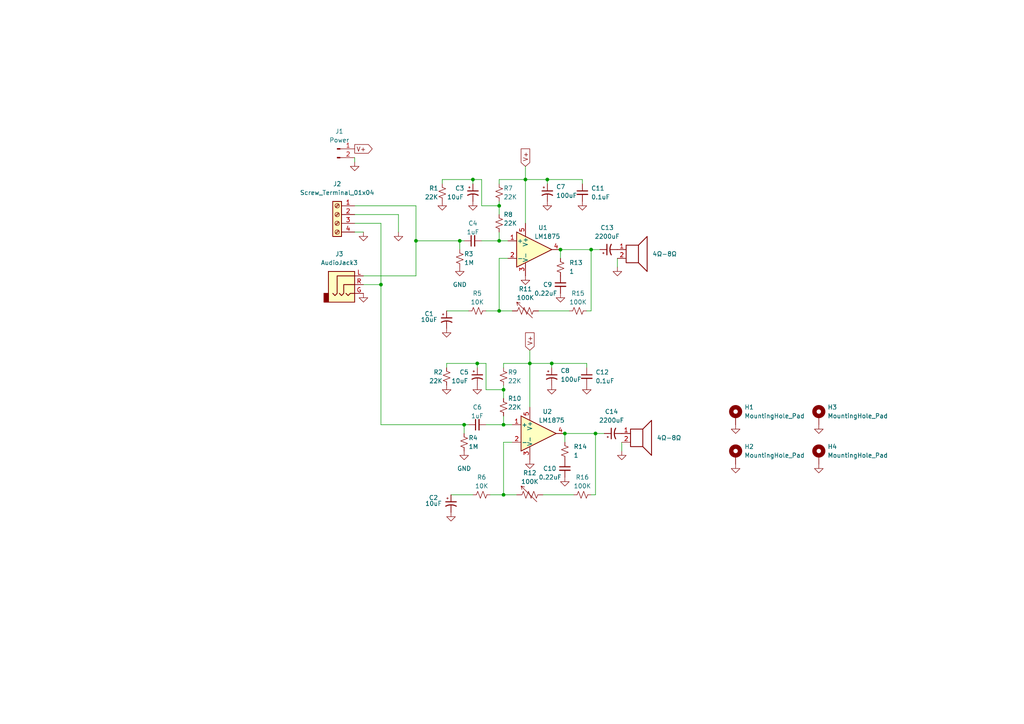
<source format=kicad_sch>
(kicad_sch (version 20211123) (generator eeschema)

  (uuid 5bb0c213-e8e1-436d-93dd-6ee69765bfdc)

  (paper "A4")

  (title_block
    (title "LM1875 Stereo Amplifier")
    (date "2023-05-17")
    (rev "1")
    (company "tim.leishman.xyz")
    (comment 1 "Tim Leishman")
  )

  (lib_symbols
    (symbol "Amplifier_Audio:LM1875" (pin_names (offset 0.127)) (in_bom yes) (on_board yes)
      (property "Reference" "U" (id 0) (at 3.81 6.35 0)
        (effects (font (size 1.27 1.27)))
      )
      (property "Value" "LM1875" (id 1) (at 3.81 3.81 0)
        (effects (font (size 1.27 1.27)))
      )
      (property "Footprint" "Package_TO_SOT_THT:TO-220-5_P3.4x3.7mm_StaggerOdd_Lead3.8mm_Vertical" (id 2) (at 0 0 0)
        (effects (font (size 1.27 1.27) italic) hide)
      )
      (property "Datasheet" "http://www.ti.com/lit/ds/symlink/lm1875.pdf" (id 3) (at 0 0 0)
        (effects (font (size 1.27 1.27)) hide)
      )
      (property "ki_keywords" "audio amplifier" (id 4) (at 0 0 0)
        (effects (font (size 1.27 1.27)) hide)
      )
      (property "ki_description" "20W Audio Power Amplifier, TO-220-5" (id 5) (at 0 0 0)
        (effects (font (size 1.27 1.27)) hide)
      )
      (property "ki_fp_filters" "TO?220*StaggerOdd*" (id 6) (at 0 0 0)
        (effects (font (size 1.27 1.27)) hide)
      )
      (symbol "LM1875_0_1"
        (polyline
          (pts
            (xy -5.08 5.08)
            (xy 5.08 0)
            (xy -5.08 -5.08)
            (xy -5.08 5.08)
          )
          (stroke (width 0.254) (type default) (color 0 0 0 0))
          (fill (type background))
        )
      )
      (symbol "LM1875_1_1"
        (pin input line (at -7.62 2.54 0) (length 2.54)
          (name "+" (effects (font (size 1.27 1.27))))
          (number "1" (effects (font (size 1.27 1.27))))
        )
        (pin input line (at -7.62 -2.54 0) (length 2.54)
          (name "-" (effects (font (size 1.27 1.27))))
          (number "2" (effects (font (size 1.27 1.27))))
        )
        (pin power_in line (at -2.54 -7.62 90) (length 3.81)
          (name "V-" (effects (font (size 1.27 1.27))))
          (number "3" (effects (font (size 1.27 1.27))))
        )
        (pin output line (at 7.62 0 180) (length 2.54)
          (name "~" (effects (font (size 1.27 1.27))))
          (number "4" (effects (font (size 1.27 1.27))))
        )
        (pin power_in line (at -2.54 7.62 270) (length 3.81)
          (name "V+" (effects (font (size 1.27 1.27))))
          (number "5" (effects (font (size 1.27 1.27))))
        )
      )
    )
    (symbol "Connector:AudioJack3" (in_bom yes) (on_board yes)
      (property "Reference" "J2" (id 0) (at -1.905 8.89 0)
        (effects (font (size 1.27 1.27)))
      )
      (property "Value" "AudioJack3" (id 1) (at -1.905 6.35 0)
        (effects (font (size 1.27 1.27)))
      )
      (property "Footprint" "" (id 2) (at 0 0 0)
        (effects (font (size 1.27 1.27)) hide)
      )
      (property "Datasheet" "~" (id 3) (at 0 0 0)
        (effects (font (size 1.27 1.27)) hide)
      )
      (property "ki_keywords" "audio jack receptacle stereo headphones phones TRS connector" (id 4) (at 0 0 0)
        (effects (font (size 1.27 1.27)) hide)
      )
      (property "ki_description" "Audio Jack, 3 Poles (Stereo / TRS)" (id 5) (at 0 0 0)
        (effects (font (size 1.27 1.27)) hide)
      )
      (property "ki_fp_filters" "Jack*" (id 6) (at 0 0 0)
        (effects (font (size 1.27 1.27)) hide)
      )
      (symbol "AudioJack3_0_1"
        (rectangle (start -5.08 -5.08) (end -6.35 -2.54)
          (stroke (width 0.254) (type default) (color 0 0 0 0))
          (fill (type outline))
        )
        (polyline
          (pts
            (xy 0 -2.54)
            (xy 0.635 -3.175)
            (xy 1.27 -2.54)
            (xy 2.54 -2.54)
          )
          (stroke (width 0.254) (type default) (color 0 0 0 0))
          (fill (type none))
        )
        (polyline
          (pts
            (xy -1.905 -2.54)
            (xy -1.27 -3.175)
            (xy -0.635 -2.54)
            (xy -0.635 0)
            (xy 2.54 0)
          )
          (stroke (width 0.254) (type default) (color 0 0 0 0))
          (fill (type none))
        )
        (polyline
          (pts
            (xy 2.54 2.54)
            (xy -2.54 2.54)
            (xy -2.54 -2.54)
            (xy -3.175 -3.175)
            (xy -3.81 -2.54)
          )
          (stroke (width 0.254) (type default) (color 0 0 0 0))
          (fill (type none))
        )
        (rectangle (start 2.54 3.81) (end -5.08 -5.08)
          (stroke (width 0.254) (type default) (color 0 0 0 0))
          (fill (type background))
        )
      )
      (symbol "AudioJack3_1_1"
        (pin passive line (at 5.08 -2.54 180) (length 2.54)
          (name "~" (effects (font (size 1.27 1.27))))
          (number "G" (effects (font (size 1.27 1.27))))
        )
        (pin passive line (at 5.08 2.54 180) (length 2.54)
          (name "~" (effects (font (size 1.27 1.27))))
          (number "L" (effects (font (size 1.27 1.27))))
        )
        (pin passive line (at 5.08 0 180) (length 2.54)
          (name "~" (effects (font (size 1.27 1.27))))
          (number "R" (effects (font (size 1.27 1.27))))
        )
      )
    )
    (symbol "Connector:Conn_01x02_Male" (pin_names (offset 1.016) hide) (in_bom yes) (on_board yes)
      (property "Reference" "J" (id 0) (at 0 2.54 0)
        (effects (font (size 1.27 1.27)))
      )
      (property "Value" "Conn_01x02_Male" (id 1) (at 0 -5.08 0)
        (effects (font (size 1.27 1.27)))
      )
      (property "Footprint" "" (id 2) (at 0 0 0)
        (effects (font (size 1.27 1.27)) hide)
      )
      (property "Datasheet" "~" (id 3) (at 0 0 0)
        (effects (font (size 1.27 1.27)) hide)
      )
      (property "ki_keywords" "connector" (id 4) (at 0 0 0)
        (effects (font (size 1.27 1.27)) hide)
      )
      (property "ki_description" "Generic connector, single row, 01x02, script generated (kicad-library-utils/schlib/autogen/connector/)" (id 5) (at 0 0 0)
        (effects (font (size 1.27 1.27)) hide)
      )
      (property "ki_fp_filters" "Connector*:*_1x??_*" (id 6) (at 0 0 0)
        (effects (font (size 1.27 1.27)) hide)
      )
      (symbol "Conn_01x02_Male_1_1"
        (polyline
          (pts
            (xy 1.27 -2.54)
            (xy 0.8636 -2.54)
          )
          (stroke (width 0.1524) (type default) (color 0 0 0 0))
          (fill (type none))
        )
        (polyline
          (pts
            (xy 1.27 0)
            (xy 0.8636 0)
          )
          (stroke (width 0.1524) (type default) (color 0 0 0 0))
          (fill (type none))
        )
        (rectangle (start 0.8636 -2.413) (end 0 -2.667)
          (stroke (width 0.1524) (type default) (color 0 0 0 0))
          (fill (type outline))
        )
        (rectangle (start 0.8636 0.127) (end 0 -0.127)
          (stroke (width 0.1524) (type default) (color 0 0 0 0))
          (fill (type outline))
        )
        (pin passive line (at 5.08 0 180) (length 3.81)
          (name "Pin_1" (effects (font (size 1.27 1.27))))
          (number "1" (effects (font (size 1.27 1.27))))
        )
        (pin passive line (at 5.08 -2.54 180) (length 3.81)
          (name "Pin_2" (effects (font (size 1.27 1.27))))
          (number "2" (effects (font (size 1.27 1.27))))
        )
      )
    )
    (symbol "Connector:Screw_Terminal_01x04" (pin_names (offset 1.016) hide) (in_bom yes) (on_board yes)
      (property "Reference" "J" (id 0) (at 0 5.08 0)
        (effects (font (size 1.27 1.27)))
      )
      (property "Value" "Screw_Terminal_01x04" (id 1) (at 0 -7.62 0)
        (effects (font (size 1.27 1.27)))
      )
      (property "Footprint" "" (id 2) (at 0 0 0)
        (effects (font (size 1.27 1.27)) hide)
      )
      (property "Datasheet" "~" (id 3) (at 0 0 0)
        (effects (font (size 1.27 1.27)) hide)
      )
      (property "ki_keywords" "screw terminal" (id 4) (at 0 0 0)
        (effects (font (size 1.27 1.27)) hide)
      )
      (property "ki_description" "Generic screw terminal, single row, 01x04, script generated (kicad-library-utils/schlib/autogen/connector/)" (id 5) (at 0 0 0)
        (effects (font (size 1.27 1.27)) hide)
      )
      (property "ki_fp_filters" "TerminalBlock*:*" (id 6) (at 0 0 0)
        (effects (font (size 1.27 1.27)) hide)
      )
      (symbol "Screw_Terminal_01x04_1_1"
        (rectangle (start -1.27 3.81) (end 1.27 -6.35)
          (stroke (width 0.254) (type default) (color 0 0 0 0))
          (fill (type background))
        )
        (circle (center 0 -5.08) (radius 0.635)
          (stroke (width 0.1524) (type default) (color 0 0 0 0))
          (fill (type none))
        )
        (circle (center 0 -2.54) (radius 0.635)
          (stroke (width 0.1524) (type default) (color 0 0 0 0))
          (fill (type none))
        )
        (polyline
          (pts
            (xy -0.5334 -4.7498)
            (xy 0.3302 -5.588)
          )
          (stroke (width 0.1524) (type default) (color 0 0 0 0))
          (fill (type none))
        )
        (polyline
          (pts
            (xy -0.5334 -2.2098)
            (xy 0.3302 -3.048)
          )
          (stroke (width 0.1524) (type default) (color 0 0 0 0))
          (fill (type none))
        )
        (polyline
          (pts
            (xy -0.5334 0.3302)
            (xy 0.3302 -0.508)
          )
          (stroke (width 0.1524) (type default) (color 0 0 0 0))
          (fill (type none))
        )
        (polyline
          (pts
            (xy -0.5334 2.8702)
            (xy 0.3302 2.032)
          )
          (stroke (width 0.1524) (type default) (color 0 0 0 0))
          (fill (type none))
        )
        (polyline
          (pts
            (xy -0.3556 -4.572)
            (xy 0.508 -5.4102)
          )
          (stroke (width 0.1524) (type default) (color 0 0 0 0))
          (fill (type none))
        )
        (polyline
          (pts
            (xy -0.3556 -2.032)
            (xy 0.508 -2.8702)
          )
          (stroke (width 0.1524) (type default) (color 0 0 0 0))
          (fill (type none))
        )
        (polyline
          (pts
            (xy -0.3556 0.508)
            (xy 0.508 -0.3302)
          )
          (stroke (width 0.1524) (type default) (color 0 0 0 0))
          (fill (type none))
        )
        (polyline
          (pts
            (xy -0.3556 3.048)
            (xy 0.508 2.2098)
          )
          (stroke (width 0.1524) (type default) (color 0 0 0 0))
          (fill (type none))
        )
        (circle (center 0 0) (radius 0.635)
          (stroke (width 0.1524) (type default) (color 0 0 0 0))
          (fill (type none))
        )
        (circle (center 0 2.54) (radius 0.635)
          (stroke (width 0.1524) (type default) (color 0 0 0 0))
          (fill (type none))
        )
        (pin passive line (at -5.08 2.54 0) (length 3.81)
          (name "Pin_1" (effects (font (size 1.27 1.27))))
          (number "1" (effects (font (size 1.27 1.27))))
        )
        (pin passive line (at -5.08 0 0) (length 3.81)
          (name "Pin_2" (effects (font (size 1.27 1.27))))
          (number "2" (effects (font (size 1.27 1.27))))
        )
        (pin passive line (at -5.08 -2.54 0) (length 3.81)
          (name "Pin_3" (effects (font (size 1.27 1.27))))
          (number "3" (effects (font (size 1.27 1.27))))
        )
        (pin passive line (at -5.08 -5.08 0) (length 3.81)
          (name "Pin_4" (effects (font (size 1.27 1.27))))
          (number "4" (effects (font (size 1.27 1.27))))
        )
      )
    )
    (symbol "Device:C_Polarized_Small_US" (pin_numbers hide) (pin_names (offset 0.254) hide) (in_bom yes) (on_board yes)
      (property "Reference" "C" (id 0) (at 0.254 1.778 0)
        (effects (font (size 1.27 1.27)) (justify left))
      )
      (property "Value" "C_Polarized_Small_US" (id 1) (at 0.254 -2.032 0)
        (effects (font (size 1.27 1.27)) (justify left))
      )
      (property "Footprint" "" (id 2) (at 0 0 0)
        (effects (font (size 1.27 1.27)) hide)
      )
      (property "Datasheet" "~" (id 3) (at 0 0 0)
        (effects (font (size 1.27 1.27)) hide)
      )
      (property "ki_keywords" "cap capacitor" (id 4) (at 0 0 0)
        (effects (font (size 1.27 1.27)) hide)
      )
      (property "ki_description" "Polarized capacitor, small US symbol" (id 5) (at 0 0 0)
        (effects (font (size 1.27 1.27)) hide)
      )
      (property "ki_fp_filters" "CP_*" (id 6) (at 0 0 0)
        (effects (font (size 1.27 1.27)) hide)
      )
      (symbol "C_Polarized_Small_US_0_1"
        (polyline
          (pts
            (xy -1.524 0.508)
            (xy 1.524 0.508)
          )
          (stroke (width 0.3048) (type default) (color 0 0 0 0))
          (fill (type none))
        )
        (polyline
          (pts
            (xy -1.27 1.524)
            (xy -0.762 1.524)
          )
          (stroke (width 0) (type default) (color 0 0 0 0))
          (fill (type none))
        )
        (polyline
          (pts
            (xy -1.016 1.27)
            (xy -1.016 1.778)
          )
          (stroke (width 0) (type default) (color 0 0 0 0))
          (fill (type none))
        )
        (arc (start 1.524 -0.762) (mid 0 -0.3734) (end -1.524 -0.762)
          (stroke (width 0.3048) (type default) (color 0 0 0 0))
          (fill (type none))
        )
      )
      (symbol "C_Polarized_Small_US_1_1"
        (pin passive line (at 0 2.54 270) (length 2.032)
          (name "~" (effects (font (size 1.27 1.27))))
          (number "1" (effects (font (size 1.27 1.27))))
        )
        (pin passive line (at 0 -2.54 90) (length 2.032)
          (name "~" (effects (font (size 1.27 1.27))))
          (number "2" (effects (font (size 1.27 1.27))))
        )
      )
    )
    (symbol "Device:C_Small" (pin_numbers hide) (pin_names (offset 0.254) hide) (in_bom yes) (on_board yes)
      (property "Reference" "C" (id 0) (at 0.254 1.778 0)
        (effects (font (size 1.27 1.27)) (justify left))
      )
      (property "Value" "C_Small" (id 1) (at 0.254 -2.032 0)
        (effects (font (size 1.27 1.27)) (justify left))
      )
      (property "Footprint" "" (id 2) (at 0 0 0)
        (effects (font (size 1.27 1.27)) hide)
      )
      (property "Datasheet" "~" (id 3) (at 0 0 0)
        (effects (font (size 1.27 1.27)) hide)
      )
      (property "ki_keywords" "capacitor cap" (id 4) (at 0 0 0)
        (effects (font (size 1.27 1.27)) hide)
      )
      (property "ki_description" "Unpolarized capacitor, small symbol" (id 5) (at 0 0 0)
        (effects (font (size 1.27 1.27)) hide)
      )
      (property "ki_fp_filters" "C_*" (id 6) (at 0 0 0)
        (effects (font (size 1.27 1.27)) hide)
      )
      (symbol "C_Small_0_1"
        (polyline
          (pts
            (xy -1.524 -0.508)
            (xy 1.524 -0.508)
          )
          (stroke (width 0.3302) (type default) (color 0 0 0 0))
          (fill (type none))
        )
        (polyline
          (pts
            (xy -1.524 0.508)
            (xy 1.524 0.508)
          )
          (stroke (width 0.3048) (type default) (color 0 0 0 0))
          (fill (type none))
        )
      )
      (symbol "C_Small_1_1"
        (pin passive line (at 0 2.54 270) (length 2.032)
          (name "~" (effects (font (size 1.27 1.27))))
          (number "1" (effects (font (size 1.27 1.27))))
        )
        (pin passive line (at 0 -2.54 90) (length 2.032)
          (name "~" (effects (font (size 1.27 1.27))))
          (number "2" (effects (font (size 1.27 1.27))))
        )
      )
    )
    (symbol "Device:R_Small_US" (pin_numbers hide) (pin_names (offset 0.254) hide) (in_bom yes) (on_board yes)
      (property "Reference" "R" (id 0) (at 0.762 0.508 0)
        (effects (font (size 1.27 1.27)) (justify left))
      )
      (property "Value" "R_Small_US" (id 1) (at 0.762 -1.016 0)
        (effects (font (size 1.27 1.27)) (justify left))
      )
      (property "Footprint" "" (id 2) (at 0 0 0)
        (effects (font (size 1.27 1.27)) hide)
      )
      (property "Datasheet" "~" (id 3) (at 0 0 0)
        (effects (font (size 1.27 1.27)) hide)
      )
      (property "ki_keywords" "r resistor" (id 4) (at 0 0 0)
        (effects (font (size 1.27 1.27)) hide)
      )
      (property "ki_description" "Resistor, small US symbol" (id 5) (at 0 0 0)
        (effects (font (size 1.27 1.27)) hide)
      )
      (property "ki_fp_filters" "R_*" (id 6) (at 0 0 0)
        (effects (font (size 1.27 1.27)) hide)
      )
      (symbol "R_Small_US_1_1"
        (polyline
          (pts
            (xy 0 0)
            (xy 1.016 -0.381)
            (xy 0 -0.762)
            (xy -1.016 -1.143)
            (xy 0 -1.524)
          )
          (stroke (width 0) (type default) (color 0 0 0 0))
          (fill (type none))
        )
        (polyline
          (pts
            (xy 0 1.524)
            (xy 1.016 1.143)
            (xy 0 0.762)
            (xy -1.016 0.381)
            (xy 0 0)
          )
          (stroke (width 0) (type default) (color 0 0 0 0))
          (fill (type none))
        )
        (pin passive line (at 0 2.54 270) (length 1.016)
          (name "~" (effects (font (size 1.27 1.27))))
          (number "1" (effects (font (size 1.27 1.27))))
        )
        (pin passive line (at 0 -2.54 90) (length 1.016)
          (name "~" (effects (font (size 1.27 1.27))))
          (number "2" (effects (font (size 1.27 1.27))))
        )
      )
    )
    (symbol "Device:R_Variable_US" (pin_numbers hide) (pin_names (offset 0)) (in_bom yes) (on_board yes)
      (property "Reference" "R" (id 0) (at 2.54 -2.54 90)
        (effects (font (size 1.27 1.27)) (justify left))
      )
      (property "Value" "R_Variable_US" (id 1) (at -2.54 -1.27 90)
        (effects (font (size 1.27 1.27)) (justify left))
      )
      (property "Footprint" "" (id 2) (at -1.778 0 90)
        (effects (font (size 1.27 1.27)) hide)
      )
      (property "Datasheet" "~" (id 3) (at 0 0 0)
        (effects (font (size 1.27 1.27)) hide)
      )
      (property "ki_keywords" "R res resistor variable potentiometer rheostat" (id 4) (at 0 0 0)
        (effects (font (size 1.27 1.27)) hide)
      )
      (property "ki_description" "Variable resistor, US symbol" (id 5) (at 0 0 0)
        (effects (font (size 1.27 1.27)) hide)
      )
      (property "ki_fp_filters" "R_*" (id 6) (at 0 0 0)
        (effects (font (size 1.27 1.27)) hide)
      )
      (symbol "R_Variable_US_0_1"
        (polyline
          (pts
            (xy 0 -2.286)
            (xy 0 -2.54)
          )
          (stroke (width 0) (type default) (color 0 0 0 0))
          (fill (type none))
        )
        (polyline
          (pts
            (xy 0 2.286)
            (xy 0 2.54)
          )
          (stroke (width 0) (type default) (color 0 0 0 0))
          (fill (type none))
        )
        (polyline
          (pts
            (xy 0 -0.762)
            (xy 1.016 -1.143)
            (xy 0 -1.524)
            (xy -1.016 -1.905)
            (xy 0 -2.286)
          )
          (stroke (width 0) (type default) (color 0 0 0 0))
          (fill (type none))
        )
        (polyline
          (pts
            (xy 0 0.762)
            (xy 1.016 0.381)
            (xy 0 0)
            (xy -1.016 -0.381)
            (xy 0 -0.762)
          )
          (stroke (width 0) (type default) (color 0 0 0 0))
          (fill (type none))
        )
        (polyline
          (pts
            (xy 0 2.286)
            (xy 1.016 1.905)
            (xy 0 1.524)
            (xy -1.016 1.143)
            (xy 0 0.762)
          )
          (stroke (width 0.1524) (type default) (color 0 0 0 0))
          (fill (type none))
        )
        (polyline
          (pts
            (xy 2.286 1.524)
            (xy 2.54 2.54)
            (xy 1.524 2.286)
            (xy 2.54 2.54)
            (xy -2.032 -2.032)
          )
          (stroke (width 0.1524) (type default) (color 0 0 0 0))
          (fill (type none))
        )
      )
      (symbol "R_Variable_US_1_1"
        (pin passive line (at 0 3.81 270) (length 1.27)
          (name "~" (effects (font (size 1.27 1.27))))
          (number "1" (effects (font (size 1.27 1.27))))
        )
        (pin passive line (at 0 -3.81 90) (length 1.27)
          (name "~" (effects (font (size 1.27 1.27))))
          (number "2" (effects (font (size 1.27 1.27))))
        )
      )
    )
    (symbol "Device:Speaker" (pin_names (offset 0) hide) (in_bom yes) (on_board yes)
      (property "Reference" "LS" (id 0) (at 1.27 5.715 0)
        (effects (font (size 1.27 1.27)) (justify right))
      )
      (property "Value" "Speaker" (id 1) (at 1.27 3.81 0)
        (effects (font (size 1.27 1.27)) (justify right))
      )
      (property "Footprint" "" (id 2) (at 0 -5.08 0)
        (effects (font (size 1.27 1.27)) hide)
      )
      (property "Datasheet" "~" (id 3) (at -0.254 -1.27 0)
        (effects (font (size 1.27 1.27)) hide)
      )
      (property "ki_keywords" "speaker sound" (id 4) (at 0 0 0)
        (effects (font (size 1.27 1.27)) hide)
      )
      (property "ki_description" "Speaker" (id 5) (at 0 0 0)
        (effects (font (size 1.27 1.27)) hide)
      )
      (symbol "Speaker_0_0"
        (rectangle (start -2.54 1.27) (end 1.016 -3.81)
          (stroke (width 0.254) (type default) (color 0 0 0 0))
          (fill (type none))
        )
        (polyline
          (pts
            (xy 1.016 1.27)
            (xy 3.556 3.81)
            (xy 3.556 -6.35)
            (xy 1.016 -3.81)
          )
          (stroke (width 0.254) (type default) (color 0 0 0 0))
          (fill (type none))
        )
      )
      (symbol "Speaker_1_1"
        (pin input line (at -5.08 0 0) (length 2.54)
          (name "1" (effects (font (size 1.27 1.27))))
          (number "1" (effects (font (size 1.27 1.27))))
        )
        (pin input line (at -5.08 -2.54 0) (length 2.54)
          (name "2" (effects (font (size 1.27 1.27))))
          (number "2" (effects (font (size 1.27 1.27))))
        )
      )
    )
    (symbol "Mechanical:MountingHole_Pad" (pin_numbers hide) (pin_names (offset 1.016) hide) (in_bom yes) (on_board yes)
      (property "Reference" "H" (id 0) (at 0 6.35 0)
        (effects (font (size 1.27 1.27)))
      )
      (property "Value" "MountingHole_Pad" (id 1) (at 0 4.445 0)
        (effects (font (size 1.27 1.27)))
      )
      (property "Footprint" "" (id 2) (at 0 0 0)
        (effects (font (size 1.27 1.27)) hide)
      )
      (property "Datasheet" "~" (id 3) (at 0 0 0)
        (effects (font (size 1.27 1.27)) hide)
      )
      (property "ki_keywords" "mounting hole" (id 4) (at 0 0 0)
        (effects (font (size 1.27 1.27)) hide)
      )
      (property "ki_description" "Mounting Hole with connection" (id 5) (at 0 0 0)
        (effects (font (size 1.27 1.27)) hide)
      )
      (property "ki_fp_filters" "MountingHole*Pad*" (id 6) (at 0 0 0)
        (effects (font (size 1.27 1.27)) hide)
      )
      (symbol "MountingHole_Pad_0_1"
        (circle (center 0 1.27) (radius 1.27)
          (stroke (width 1.27) (type default) (color 0 0 0 0))
          (fill (type none))
        )
      )
      (symbol "MountingHole_Pad_1_1"
        (pin input line (at 0 -2.54 90) (length 2.54)
          (name "1" (effects (font (size 1.27 1.27))))
          (number "1" (effects (font (size 1.27 1.27))))
        )
      )
    )
    (symbol "power:GND" (power) (pin_names (offset 0)) (in_bom yes) (on_board yes)
      (property "Reference" "#PWR" (id 0) (at 0 -6.35 0)
        (effects (font (size 1.27 1.27)) hide)
      )
      (property "Value" "GND" (id 1) (at 0 -3.81 0)
        (effects (font (size 1.27 1.27)))
      )
      (property "Footprint" "" (id 2) (at 0 0 0)
        (effects (font (size 1.27 1.27)) hide)
      )
      (property "Datasheet" "" (id 3) (at 0 0 0)
        (effects (font (size 1.27 1.27)) hide)
      )
      (property "ki_keywords" "global power" (id 4) (at 0 0 0)
        (effects (font (size 1.27 1.27)) hide)
      )
      (property "ki_description" "Power symbol creates a global label with name \"GND\" , ground" (id 5) (at 0 0 0)
        (effects (font (size 1.27 1.27)) hide)
      )
      (symbol "GND_0_1"
        (polyline
          (pts
            (xy 0 0)
            (xy 0 -1.27)
            (xy 1.27 -1.27)
            (xy 0 -2.54)
            (xy -1.27 -1.27)
            (xy 0 -1.27)
          )
          (stroke (width 0) (type default) (color 0 0 0 0))
          (fill (type none))
        )
      )
      (symbol "GND_1_1"
        (pin power_in line (at 0 0 270) (length 0) hide
          (name "GND" (effects (font (size 1.27 1.27))))
          (number "1" (effects (font (size 1.27 1.27))))
        )
      )
    )
  )

  (junction (at 133.35 69.85) (diameter 0) (color 0 0 0 0)
    (uuid 137ac9c9-43a1-4284-b0ba-724df7d23b3e)
  )
  (junction (at 158.75 52.07) (diameter 0) (color 0 0 0 0)
    (uuid 2fcc2c9a-0479-467f-ac38-6ef36de79e57)
  )
  (junction (at 137.16 52.07) (diameter 0) (color 0 0 0 0)
    (uuid 50ba8295-8785-42b1-919e-d224f01531fd)
  )
  (junction (at 163.83 125.73) (diameter 0) (color 0 0 0 0)
    (uuid 62073936-edc5-46dc-b057-aeab9b6df7f0)
  )
  (junction (at 144.78 59.69) (diameter 0) (color 0 0 0 0)
    (uuid 75ceb7a0-3fa6-40cf-ba6d-035fe530c1fa)
  )
  (junction (at 172.72 125.73) (diameter 0) (color 0 0 0 0)
    (uuid 77309390-9be4-448b-a2f3-29bfc065e4da)
  )
  (junction (at 160.02 105.41) (diameter 0) (color 0 0 0 0)
    (uuid 882962b7-fddf-4b95-84a6-b74fa7f0e710)
  )
  (junction (at 134.62 123.19) (diameter 0) (color 0 0 0 0)
    (uuid 8878eb07-794d-4495-8bf5-4114931c8786)
  )
  (junction (at 146.05 113.03) (diameter 0) (color 0 0 0 0)
    (uuid ab5ec8db-4e5b-4380-8343-1f22a29464a5)
  )
  (junction (at 153.67 105.41) (diameter 0) (color 0 0 0 0)
    (uuid b5289fa7-6994-4c7e-9ec0-5a637d71790a)
  )
  (junction (at 162.56 72.39) (diameter 0) (color 0 0 0 0)
    (uuid c5070dc9-3ad9-4d2f-8dd2-62f2303ae516)
  )
  (junction (at 146.05 143.51) (diameter 0) (color 0 0 0 0)
    (uuid c886da1f-3901-4629-96bf-32780fc92226)
  )
  (junction (at 144.78 90.17) (diameter 0) (color 0 0 0 0)
    (uuid cf65a73b-7b58-4869-8b01-9f56684c5dab)
  )
  (junction (at 144.78 69.85) (diameter 0) (color 0 0 0 0)
    (uuid d35a6104-35a1-479c-b0c7-a5a83eb983c5)
  )
  (junction (at 120.65 69.85) (diameter 0) (color 0 0 0 0)
    (uuid d5f9b5b1-e8c4-4cc8-8dae-48f3481f7fa1)
  )
  (junction (at 110.49 82.55) (diameter 0) (color 0 0 0 0)
    (uuid e0aa973a-ce11-49e7-aa99-d1530ec3dc1e)
  )
  (junction (at 171.45 72.39) (diameter 0) (color 0 0 0 0)
    (uuid e372ce6f-e755-4fe9-9c37-d3c2cacccb05)
  )
  (junction (at 152.4 52.07) (diameter 0) (color 0 0 0 0)
    (uuid f171e793-f4b5-4296-b72d-2f81a22c5c98)
  )
  (junction (at 138.43 105.41) (diameter 0) (color 0 0 0 0)
    (uuid ff46584e-d3fc-4782-a305-fcb85c8db7b4)
  )
  (junction (at 146.05 123.19) (diameter 0) (color 0 0 0 0)
    (uuid ffd5afa8-45f7-49a4-bc51-b876becf29f9)
  )

  (wire (pts (xy 138.43 105.41) (xy 138.43 106.68))
    (stroke (width 0) (type default) (color 0 0 0 0))
    (uuid 022a287c-8b08-429d-9d77-348eab3de3a4)
  )
  (wire (pts (xy 133.35 69.85) (xy 133.35 72.39))
    (stroke (width 0) (type default) (color 0 0 0 0))
    (uuid 076de458-ed95-4481-aed4-00ffb793ea7e)
  )
  (wire (pts (xy 152.4 52.07) (xy 152.4 64.77))
    (stroke (width 0) (type default) (color 0 0 0 0))
    (uuid 0b0b13af-d69a-42c8-8323-eedf7e2bc69b)
  )
  (wire (pts (xy 102.87 64.77) (xy 110.49 64.77))
    (stroke (width 0) (type default) (color 0 0 0 0))
    (uuid 1089d11b-a785-4aba-b6bb-1dc592ad895c)
  )
  (wire (pts (xy 180.34 128.27) (xy 180.34 130.81))
    (stroke (width 0) (type default) (color 0 0 0 0))
    (uuid 110d1300-61c3-4f01-b034-6cdd746a23d3)
  )
  (wire (pts (xy 135.89 123.19) (xy 134.62 123.19))
    (stroke (width 0) (type default) (color 0 0 0 0))
    (uuid 15fea216-3a3f-4dc6-9f89-5dabc314a58d)
  )
  (wire (pts (xy 139.7 59.69) (xy 139.7 52.07))
    (stroke (width 0) (type default) (color 0 0 0 0))
    (uuid 162d2049-8145-4b2e-95ab-4f66d724eb24)
  )
  (wire (pts (xy 139.7 69.85) (xy 144.78 69.85))
    (stroke (width 0) (type default) (color 0 0 0 0))
    (uuid 165d15a8-353f-4f9e-a152-a5089281e8c7)
  )
  (wire (pts (xy 146.05 113.03) (xy 146.05 115.57))
    (stroke (width 0) (type default) (color 0 0 0 0))
    (uuid 1ef96f9c-d656-4c14-a7e7-1569ce8a07f9)
  )
  (wire (pts (xy 153.67 101.6) (xy 153.67 105.41))
    (stroke (width 0) (type default) (color 0 0 0 0))
    (uuid 20adec02-8d49-4fd1-84f8-6f7bbeaa3aca)
  )
  (wire (pts (xy 134.62 69.85) (xy 133.35 69.85))
    (stroke (width 0) (type default) (color 0 0 0 0))
    (uuid 21c13246-73e5-4662-b2af-abf2c5d873f5)
  )
  (wire (pts (xy 168.91 53.34) (xy 168.91 52.07))
    (stroke (width 0) (type default) (color 0 0 0 0))
    (uuid 26b5236d-3bfc-4708-a585-1fe6ebc90e42)
  )
  (wire (pts (xy 146.05 143.51) (xy 149.86 143.51))
    (stroke (width 0) (type default) (color 0 0 0 0))
    (uuid 2a5f2284-8c1a-46ab-b6ca-dca16f904f27)
  )
  (wire (pts (xy 110.49 64.77) (xy 110.49 82.55))
    (stroke (width 0) (type default) (color 0 0 0 0))
    (uuid 2b39d60e-8e67-4041-9f28-5612d64021e7)
  )
  (wire (pts (xy 144.78 69.85) (xy 144.78 67.31))
    (stroke (width 0) (type default) (color 0 0 0 0))
    (uuid 35ce8267-f1d0-4e29-b04a-935922ea5b00)
  )
  (wire (pts (xy 153.67 105.41) (xy 146.05 105.41))
    (stroke (width 0) (type default) (color 0 0 0 0))
    (uuid 35e04fc3-be79-4299-8b5d-a768c04777cb)
  )
  (wire (pts (xy 162.56 72.39) (xy 171.45 72.39))
    (stroke (width 0) (type default) (color 0 0 0 0))
    (uuid 3a238e76-e3e6-4722-a40d-e09a02a9dd63)
  )
  (wire (pts (xy 163.83 125.73) (xy 172.72 125.73))
    (stroke (width 0) (type default) (color 0 0 0 0))
    (uuid 4453e25b-75ff-46de-85ad-4cdfa97fea50)
  )
  (wire (pts (xy 158.75 52.07) (xy 168.91 52.07))
    (stroke (width 0) (type default) (color 0 0 0 0))
    (uuid 4a7a02d0-a64d-4e8a-badf-1ee21ff30a47)
  )
  (wire (pts (xy 170.18 106.68) (xy 170.18 105.41))
    (stroke (width 0) (type default) (color 0 0 0 0))
    (uuid 4c5fbbf9-f0da-44a8-a767-a19769f53519)
  )
  (wire (pts (xy 144.78 52.07) (xy 144.78 53.34))
    (stroke (width 0) (type default) (color 0 0 0 0))
    (uuid 4c740f0e-d042-49c6-859d-aa8a83dc9d9c)
  )
  (wire (pts (xy 102.87 62.23) (xy 115.57 62.23))
    (stroke (width 0) (type default) (color 0 0 0 0))
    (uuid 4fe10be6-dcad-460e-a374-ca565e5a082d)
  )
  (wire (pts (xy 157.48 143.51) (xy 166.37 143.51))
    (stroke (width 0) (type default) (color 0 0 0 0))
    (uuid 506023e1-8c35-45f6-b16e-ded919b12750)
  )
  (wire (pts (xy 153.67 105.41) (xy 160.02 105.41))
    (stroke (width 0) (type default) (color 0 0 0 0))
    (uuid 507d3695-4646-43ef-a643-7550f20102a9)
  )
  (wire (pts (xy 160.02 105.41) (xy 170.18 105.41))
    (stroke (width 0) (type default) (color 0 0 0 0))
    (uuid 51d4273d-5ecb-418c-9f89-5bac01c6b5f3)
  )
  (wire (pts (xy 147.32 69.85) (xy 144.78 69.85))
    (stroke (width 0) (type default) (color 0 0 0 0))
    (uuid 57334aa6-fd4f-4c5d-bc38-b8e4ba22013a)
  )
  (wire (pts (xy 146.05 111.76) (xy 146.05 113.03))
    (stroke (width 0) (type default) (color 0 0 0 0))
    (uuid 578afc99-bd85-4358-b012-b0ee100ffdfb)
  )
  (wire (pts (xy 171.45 143.51) (xy 172.72 143.51))
    (stroke (width 0) (type default) (color 0 0 0 0))
    (uuid 587a0a9f-63d1-4a49-9117-dd34c5edb5cb)
  )
  (wire (pts (xy 105.41 80.01) (xy 120.65 80.01))
    (stroke (width 0) (type default) (color 0 0 0 0))
    (uuid 5f6a0481-889b-47a2-a907-87f0c813e999)
  )
  (wire (pts (xy 110.49 123.19) (xy 134.62 123.19))
    (stroke (width 0) (type default) (color 0 0 0 0))
    (uuid 62cbba05-ebc8-4890-a3d2-4ff3fba7d4cc)
  )
  (wire (pts (xy 134.62 123.19) (xy 134.62 125.73))
    (stroke (width 0) (type default) (color 0 0 0 0))
    (uuid 6477a891-f8c7-4516-90e6-e60820c0218f)
  )
  (wire (pts (xy 129.54 90.17) (xy 135.89 90.17))
    (stroke (width 0) (type default) (color 0 0 0 0))
    (uuid 66b2968c-eb97-4d35-95e8-5d20c8d08bbd)
  )
  (wire (pts (xy 140.97 105.41) (xy 138.43 105.41))
    (stroke (width 0) (type default) (color 0 0 0 0))
    (uuid 6c2704da-f9d9-42ae-8a3b-700085005342)
  )
  (wire (pts (xy 120.65 69.85) (xy 120.65 80.01))
    (stroke (width 0) (type default) (color 0 0 0 0))
    (uuid 7192dd5b-999c-489b-b557-868275f2f0e6)
  )
  (wire (pts (xy 140.97 123.19) (xy 146.05 123.19))
    (stroke (width 0) (type default) (color 0 0 0 0))
    (uuid 74fa0fda-e9d1-4598-8ff1-d513a7e3fecf)
  )
  (wire (pts (xy 171.45 72.39) (xy 173.99 72.39))
    (stroke (width 0) (type default) (color 0 0 0 0))
    (uuid 75077313-fb04-489b-99a4-94db77a8db26)
  )
  (wire (pts (xy 130.81 143.51) (xy 137.16 143.51))
    (stroke (width 0) (type default) (color 0 0 0 0))
    (uuid 750f821e-b6e6-4d90-aafc-8142ba5dd0fc)
  )
  (wire (pts (xy 105.41 82.55) (xy 110.49 82.55))
    (stroke (width 0) (type default) (color 0 0 0 0))
    (uuid 7c4af3c0-a780-4c55-aae1-e8e5fe9ff818)
  )
  (wire (pts (xy 170.18 90.17) (xy 171.45 90.17))
    (stroke (width 0) (type default) (color 0 0 0 0))
    (uuid 7c7db003-06dc-4c25-8b2c-c6c8dba55c12)
  )
  (wire (pts (xy 144.78 58.42) (xy 144.78 59.69))
    (stroke (width 0) (type default) (color 0 0 0 0))
    (uuid 7d02401b-bc6b-48f7-bc5c-521dff1d185a)
  )
  (wire (pts (xy 171.45 90.17) (xy 171.45 72.39))
    (stroke (width 0) (type default) (color 0 0 0 0))
    (uuid 8bb2554a-21ca-4edc-b206-098dc2a40951)
  )
  (wire (pts (xy 156.21 90.17) (xy 165.1 90.17))
    (stroke (width 0) (type default) (color 0 0 0 0))
    (uuid 8d6e6b97-e1f3-4bd4-8588-e6c7852ac3d1)
  )
  (wire (pts (xy 152.4 52.07) (xy 144.78 52.07))
    (stroke (width 0) (type default) (color 0 0 0 0))
    (uuid 907c109c-d62f-4d48-a86f-8602744764aa)
  )
  (wire (pts (xy 144.78 59.69) (xy 139.7 59.69))
    (stroke (width 0) (type default) (color 0 0 0 0))
    (uuid 945cb64a-1f11-40c9-92ef-a04be7f03ec8)
  )
  (wire (pts (xy 146.05 128.27) (xy 146.05 143.51))
    (stroke (width 0) (type default) (color 0 0 0 0))
    (uuid 9dda847f-6614-47df-b53f-c3f0b5888a7d)
  )
  (wire (pts (xy 102.87 59.69) (xy 120.65 59.69))
    (stroke (width 0) (type default) (color 0 0 0 0))
    (uuid 9e847aad-aa3b-45d8-a8e6-3290194de8cc)
  )
  (wire (pts (xy 142.24 143.51) (xy 146.05 143.51))
    (stroke (width 0) (type default) (color 0 0 0 0))
    (uuid a207dcc2-8d3c-4e81-baf4-184954b5024d)
  )
  (wire (pts (xy 137.16 52.07) (xy 137.16 53.34))
    (stroke (width 0) (type default) (color 0 0 0 0))
    (uuid ac2c7c19-59cb-4114-9d1c-7a5ef08a3969)
  )
  (wire (pts (xy 148.59 128.27) (xy 146.05 128.27))
    (stroke (width 0) (type default) (color 0 0 0 0))
    (uuid b0da60d3-b370-42cb-8249-52ba3cc680da)
  )
  (wire (pts (xy 140.97 90.17) (xy 144.78 90.17))
    (stroke (width 0) (type default) (color 0 0 0 0))
    (uuid b53335ea-0117-44bb-9f3a-c433add97d1d)
  )
  (wire (pts (xy 140.97 113.03) (xy 140.97 105.41))
    (stroke (width 0) (type default) (color 0 0 0 0))
    (uuid ba15b8d1-e51d-4faf-9360-370fe57c2fde)
  )
  (wire (pts (xy 115.57 62.23) (xy 115.57 67.31))
    (stroke (width 0) (type default) (color 0 0 0 0))
    (uuid bb4a0329-5b26-4b19-b1f5-49cd61ae91da)
  )
  (wire (pts (xy 128.27 52.07) (xy 128.27 53.34))
    (stroke (width 0) (type default) (color 0 0 0 0))
    (uuid bbca01cd-3732-4739-abbc-a523cd483e3f)
  )
  (wire (pts (xy 162.56 72.39) (xy 162.56 74.93))
    (stroke (width 0) (type default) (color 0 0 0 0))
    (uuid bd7f1110-c7fa-4a07-983c-7ad8f6c9142b)
  )
  (wire (pts (xy 129.54 105.41) (xy 138.43 105.41))
    (stroke (width 0) (type default) (color 0 0 0 0))
    (uuid bf931567-cf74-463d-9f51-bdaa1aaf494a)
  )
  (wire (pts (xy 160.02 105.41) (xy 160.02 106.68))
    (stroke (width 0) (type default) (color 0 0 0 0))
    (uuid c0d00143-0fc3-43da-9dee-de598bfa870e)
  )
  (wire (pts (xy 146.05 113.03) (xy 140.97 113.03))
    (stroke (width 0) (type default) (color 0 0 0 0))
    (uuid c1667ba6-7398-4e93-bf28-efd3869c9bbe)
  )
  (wire (pts (xy 163.83 125.73) (xy 163.83 128.27))
    (stroke (width 0) (type default) (color 0 0 0 0))
    (uuid c27c4616-4929-47ed-ae3a-9b3443d461df)
  )
  (wire (pts (xy 144.78 90.17) (xy 148.59 90.17))
    (stroke (width 0) (type default) (color 0 0 0 0))
    (uuid c78c122f-efc5-432e-9870-c9e8d20dfa51)
  )
  (wire (pts (xy 128.27 52.07) (xy 137.16 52.07))
    (stroke (width 0) (type default) (color 0 0 0 0))
    (uuid c90f8f29-a65b-44a1-b49d-7cca83219097)
  )
  (wire (pts (xy 120.65 69.85) (xy 133.35 69.85))
    (stroke (width 0) (type default) (color 0 0 0 0))
    (uuid c9fcb96c-5612-4046-885b-052e1562b86b)
  )
  (wire (pts (xy 144.78 74.93) (xy 144.78 90.17))
    (stroke (width 0) (type default) (color 0 0 0 0))
    (uuid cb4c7205-aaf5-4f0d-8f58-6a0de1e1c74d)
  )
  (wire (pts (xy 158.75 52.07) (xy 158.75 53.34))
    (stroke (width 0) (type default) (color 0 0 0 0))
    (uuid d4eaffe7-6f66-4360-8cfa-69ee19cd0760)
  )
  (wire (pts (xy 129.54 105.41) (xy 129.54 106.68))
    (stroke (width 0) (type default) (color 0 0 0 0))
    (uuid d5a64ed2-cfda-4a36-a6c6-ca2493fb51ef)
  )
  (wire (pts (xy 146.05 123.19) (xy 146.05 120.65))
    (stroke (width 0) (type default) (color 0 0 0 0))
    (uuid d5e96c1a-b5a1-4d8b-8fce-cb61de9f5d33)
  )
  (wire (pts (xy 139.7 52.07) (xy 137.16 52.07))
    (stroke (width 0) (type default) (color 0 0 0 0))
    (uuid d618c2f4-4b4d-4174-af15-eca2c1efb408)
  )
  (wire (pts (xy 120.65 59.69) (xy 120.65 69.85))
    (stroke (width 0) (type default) (color 0 0 0 0))
    (uuid d64d9459-0ba0-493f-9db8-d7d0d5d73e82)
  )
  (wire (pts (xy 148.59 123.19) (xy 146.05 123.19))
    (stroke (width 0) (type default) (color 0 0 0 0))
    (uuid da1f7388-5c1d-4de5-ab54-28c5bc24bb3a)
  )
  (wire (pts (xy 172.72 143.51) (xy 172.72 125.73))
    (stroke (width 0) (type default) (color 0 0 0 0))
    (uuid dcd40592-5cbf-456b-9f35-fd353e4ba176)
  )
  (wire (pts (xy 102.87 45.72) (xy 102.87 46.99))
    (stroke (width 0) (type default) (color 0 0 0 0))
    (uuid e17ff648-56e8-44f2-afd5-58f1702a962a)
  )
  (wire (pts (xy 152.4 52.07) (xy 158.75 52.07))
    (stroke (width 0) (type default) (color 0 0 0 0))
    (uuid e2989a74-2308-4c2b-8aa1-4e5e713d126e)
  )
  (wire (pts (xy 146.05 105.41) (xy 146.05 106.68))
    (stroke (width 0) (type default) (color 0 0 0 0))
    (uuid e6583972-75de-492a-a605-3ccd1e951aa7)
  )
  (wire (pts (xy 153.67 105.41) (xy 153.67 118.11))
    (stroke (width 0) (type default) (color 0 0 0 0))
    (uuid e8c8e35d-16cc-4030-aa1d-b3fbaeda98f3)
  )
  (wire (pts (xy 179.07 74.93) (xy 179.07 77.47))
    (stroke (width 0) (type default) (color 0 0 0 0))
    (uuid ea64c895-e00f-4640-a774-405688435bdf)
  )
  (wire (pts (xy 110.49 82.55) (xy 110.49 123.19))
    (stroke (width 0) (type default) (color 0 0 0 0))
    (uuid ee77e38c-d7d4-4801-a37b-930d606e5daf)
  )
  (wire (pts (xy 147.32 74.93) (xy 144.78 74.93))
    (stroke (width 0) (type default) (color 0 0 0 0))
    (uuid f0715040-5953-4bd2-b3d1-a76ea00ceffb)
  )
  (wire (pts (xy 144.78 59.69) (xy 144.78 62.23))
    (stroke (width 0) (type default) (color 0 0 0 0))
    (uuid f45a35eb-c0a3-411b-ad0d-20ba3fb22154)
  )
  (wire (pts (xy 152.4 48.26) (xy 152.4 52.07))
    (stroke (width 0) (type default) (color 0 0 0 0))
    (uuid f8c23f94-2c40-4a22-a6a5-93b726eaeff9)
  )
  (wire (pts (xy 102.87 67.31) (xy 105.41 67.31))
    (stroke (width 0) (type default) (color 0 0 0 0))
    (uuid f9fb8680-ae2e-4b23-879f-93efb08dbd73)
  )
  (wire (pts (xy 172.72 125.73) (xy 175.26 125.73))
    (stroke (width 0) (type default) (color 0 0 0 0))
    (uuid fb2a0d95-e2cb-4c91-9346-2bbc7892ebfe)
  )

  (global_label "V+" (shape output) (at 102.87 43.18 0) (fields_autoplaced)
    (effects (font (size 1.27 1.27)) (justify left))
    (uuid bed3ebdd-2f33-4fa7-be4f-fb9c896e3ba5)
    (property "Intersheet References" "${INTERSHEET_REFS}" (id 0) (at 107.9441 43.1006 0)
      (effects (font (size 1.27 1.27)) (justify left) hide)
    )
  )
  (global_label "V+" (shape input) (at 153.67 101.6 90) (fields_autoplaced)
    (effects (font (size 1.27 1.27)) (justify left))
    (uuid fad7fb0f-2fd7-4efa-a311-727bd715bb8d)
    (property "Intersheet References" "${INTERSHEET_REFS}" (id 0) (at 153.5906 96.5259 90)
      (effects (font (size 1.27 1.27)) (justify left) hide)
    )
  )
  (global_label "V+" (shape input) (at 152.4 48.26 90) (fields_autoplaced)
    (effects (font (size 1.27 1.27)) (justify left))
    (uuid feb755f6-6ee6-4843-8b6f-a9fa18fa3836)
    (property "Intersheet References" "${INTERSHEET_REFS}" (id 0) (at 152.3206 43.1859 90)
      (effects (font (size 1.27 1.27)) (justify left) hide)
    )
  )

  (symbol (lib_id "power:GND") (at 152.4 80.01 0) (unit 1)
    (in_bom yes) (on_board yes)
    (uuid 01a57cf1-3497-48d7-8be4-bd1d91a4c4bc)
    (property "Reference" "#PWR013" (id 0) (at 152.4 86.36 0)
      (effects (font (size 1.27 1.27)) hide)
    )
    (property "Value" "GND" (id 1) (at 152.4 88.9 0)
      (effects (font (size 1.27 1.27)) hide)
    )
    (property "Footprint" "" (id 2) (at 152.4 80.01 0)
      (effects (font (size 1.27 1.27)) hide)
    )
    (property "Datasheet" "" (id 3) (at 152.4 80.01 0)
      (effects (font (size 1.27 1.27)) hide)
    )
    (pin "1" (uuid d092a889-8c7f-42b9-9b16-fb1ff598ff4a))
  )

  (symbol (lib_id "Device:C_Polarized_Small_US") (at 130.81 146.05 0) (unit 1)
    (in_bom yes) (on_board yes)
    (uuid 09fb9abe-2e5d-42e4-9d1a-ac6fdce224f7)
    (property "Reference" "C2" (id 0) (at 125.73 144.3482 0))
    (property "Value" "10uF" (id 1) (at 125.73 146.05 0))
    (property "Footprint" "Capacitor_THT:CP_Radial_D5.0mm_P2.00mm" (id 2) (at 130.81 146.05 0)
      (effects (font (size 1.27 1.27)) hide)
    )
    (property "Datasheet" "~" (id 3) (at 130.81 146.05 0)
      (effects (font (size 1.27 1.27)) hide)
    )
    (pin "1" (uuid d42f1813-63eb-43ac-88ce-5110e971cc4d))
    (pin "2" (uuid 8e678f7c-297e-4326-93d2-49494aa5592d))
  )

  (symbol (lib_id "Mechanical:MountingHole_Pad") (at 237.49 120.65 0) (unit 1)
    (in_bom yes) (on_board yes) (fields_autoplaced)
    (uuid 0c8b6866-44b6-47a5-93bb-b4f083705509)
    (property "Reference" "H3" (id 0) (at 240.03 118.1099 0)
      (effects (font (size 1.27 1.27)) (justify left))
    )
    (property "Value" "MountingHole_Pad" (id 1) (at 240.03 120.6499 0)
      (effects (font (size 1.27 1.27)) (justify left))
    )
    (property "Footprint" "" (id 2) (at 237.49 120.65 0)
      (effects (font (size 1.27 1.27)) hide)
    )
    (property "Datasheet" "~" (id 3) (at 237.49 120.65 0)
      (effects (font (size 1.27 1.27)) hide)
    )
    (pin "1" (uuid 2e830f65-c0d0-4d4a-8619-d0e6112ae786))
  )

  (symbol (lib_id "Device:C_Small") (at 170.18 109.22 0) (unit 1)
    (in_bom yes) (on_board yes) (fields_autoplaced)
    (uuid 0e86792c-8a01-457e-8f43-a62a7b3f93fe)
    (property "Reference" "C12" (id 0) (at 172.72 107.9562 0)
      (effects (font (size 1.27 1.27)) (justify left))
    )
    (property "Value" "0.1uF" (id 1) (at 172.72 110.4962 0)
      (effects (font (size 1.27 1.27)) (justify left))
    )
    (property "Footprint" "Capacitor_THT:C_Rect_L7.2mm_W2.5mm_P5.00mm_FKS2_FKP2_MKS2_MKP2" (id 2) (at 170.18 109.22 0)
      (effects (font (size 1.27 1.27)) hide)
    )
    (property "Datasheet" "~" (id 3) (at 170.18 109.22 0)
      (effects (font (size 1.27 1.27)) hide)
    )
    (pin "1" (uuid e5c2d89c-08cd-41f4-aa6d-c0a4c3bd3055))
    (pin "2" (uuid 0913fa8c-a19c-4b44-8266-faaba412de30))
  )

  (symbol (lib_id "power:GND") (at 170.18 111.76 0) (unit 1)
    (in_bom yes) (on_board yes) (fields_autoplaced)
    (uuid 0ee911a1-c489-49cb-941a-311db5015a2a)
    (property "Reference" "#PWR020" (id 0) (at 170.18 118.11 0)
      (effects (font (size 1.27 1.27)) hide)
    )
    (property "Value" "GND" (id 1) (at 170.18 116.84 0)
      (effects (font (size 1.27 1.27)) hide)
    )
    (property "Footprint" "" (id 2) (at 170.18 111.76 0)
      (effects (font (size 1.27 1.27)) hide)
    )
    (property "Datasheet" "" (id 3) (at 170.18 111.76 0)
      (effects (font (size 1.27 1.27)) hide)
    )
    (pin "1" (uuid 9c6cffe0-2645-4cdd-8aea-39fbd388294d))
  )

  (symbol (lib_id "power:GND") (at 115.57 67.31 0) (unit 1)
    (in_bom yes) (on_board yes)
    (uuid 0f1d1a64-48bc-4a84-a3f1-d285cddbba87)
    (property "Reference" "#PWR04" (id 0) (at 115.57 73.66 0)
      (effects (font (size 1.27 1.27)) hide)
    )
    (property "Value" "GND" (id 1) (at 115.57 76.2 0)
      (effects (font (size 1.27 1.27)) hide)
    )
    (property "Footprint" "" (id 2) (at 115.57 67.31 0)
      (effects (font (size 1.27 1.27)) hide)
    )
    (property "Datasheet" "" (id 3) (at 115.57 67.31 0)
      (effects (font (size 1.27 1.27)) hide)
    )
    (pin "1" (uuid 118b2cf3-d9bd-4c91-adfd-6de9b3d412ec))
  )

  (symbol (lib_id "power:GND") (at 213.36 134.62 0) (unit 1)
    (in_bom yes) (on_board yes) (fields_autoplaced)
    (uuid 18b418f3-2eb1-4137-aa67-22937414ebb0)
    (property "Reference" "#PWR024" (id 0) (at 213.36 140.97 0)
      (effects (font (size 1.27 1.27)) hide)
    )
    (property "Value" "GND" (id 1) (at 213.36 139.7 0)
      (effects (font (size 1.27 1.27)) hide)
    )
    (property "Footprint" "" (id 2) (at 213.36 134.62 0)
      (effects (font (size 1.27 1.27)) hide)
    )
    (property "Datasheet" "" (id 3) (at 213.36 134.62 0)
      (effects (font (size 1.27 1.27)) hide)
    )
    (pin "1" (uuid 6d1e2d27-0636-46ca-8029-5eb71c72a218))
  )

  (symbol (lib_id "power:GND") (at 137.16 58.42 0) (unit 1)
    (in_bom yes) (on_board yes) (fields_autoplaced)
    (uuid 1a5ddd44-85a9-4fab-a21d-c7ccde1df4d4)
    (property "Reference" "#PWR011" (id 0) (at 137.16 64.77 0)
      (effects (font (size 1.27 1.27)) hide)
    )
    (property "Value" "GND" (id 1) (at 137.16 63.5 0)
      (effects (font (size 1.27 1.27)) hide)
    )
    (property "Footprint" "" (id 2) (at 137.16 58.42 0)
      (effects (font (size 1.27 1.27)) hide)
    )
    (property "Datasheet" "" (id 3) (at 137.16 58.42 0)
      (effects (font (size 1.27 1.27)) hide)
    )
    (pin "1" (uuid cd3db55a-a8c4-495a-8ca5-aa2d2371384b))
  )

  (symbol (lib_id "Device:R_Small_US") (at 133.35 74.93 180) (unit 1)
    (in_bom yes) (on_board yes)
    (uuid 1d757136-4429-44ce-80e1-4ab9b4df0357)
    (property "Reference" "R3" (id 0) (at 134.62 73.6599 0)
      (effects (font (size 1.27 1.27)) (justify right))
    )
    (property "Value" "1M" (id 1) (at 134.62 76.2 0)
      (effects (font (size 1.27 1.27)) (justify right))
    )
    (property "Footprint" "Resistor_THT:R_Axial_DIN0309_L9.0mm_D3.2mm_P12.70mm_Horizontal" (id 2) (at 133.35 74.93 0)
      (effects (font (size 1.27 1.27)) hide)
    )
    (property "Datasheet" "~" (id 3) (at 133.35 74.93 0)
      (effects (font (size 1.27 1.27)) hide)
    )
    (pin "1" (uuid 054f4c47-9891-4dd4-a5ce-096ebe7789ff))
    (pin "2" (uuid 831fdc57-6b9d-447d-b5c1-a8fea6e45813))
  )

  (symbol (lib_id "Connector:Conn_01x02_Male") (at 97.79 43.18 0) (unit 1)
    (in_bom yes) (on_board yes) (fields_autoplaced)
    (uuid 215e9926-ac93-44ea-980e-99fa0950491c)
    (property "Reference" "J1" (id 0) (at 98.425 38.1 0))
    (property "Value" "Power" (id 1) (at 98.425 40.64 0))
    (property "Footprint" "Connector_PinHeader_2.54mm:PinHeader_1x02_P2.54mm_Vertical" (id 2) (at 97.79 43.18 0)
      (effects (font (size 1.27 1.27)) hide)
    )
    (property "Datasheet" "~" (id 3) (at 97.79 43.18 0)
      (effects (font (size 1.27 1.27)) hide)
    )
    (pin "1" (uuid fdb6c102-4ce8-4425-b70c-cba24ce9b169))
    (pin "2" (uuid fdf15d7f-c390-4146-8779-af155c450a86))
  )

  (symbol (lib_id "power:GND") (at 237.49 134.62 0) (unit 1)
    (in_bom yes) (on_board yes) (fields_autoplaced)
    (uuid 231f556a-542f-40ce-9081-48184793868d)
    (property "Reference" "#PWR026" (id 0) (at 237.49 140.97 0)
      (effects (font (size 1.27 1.27)) hide)
    )
    (property "Value" "GND" (id 1) (at 237.49 139.7 0)
      (effects (font (size 1.27 1.27)) hide)
    )
    (property "Footprint" "" (id 2) (at 237.49 134.62 0)
      (effects (font (size 1.27 1.27)) hide)
    )
    (property "Datasheet" "" (id 3) (at 237.49 134.62 0)
      (effects (font (size 1.27 1.27)) hide)
    )
    (pin "1" (uuid 9250062b-6ae8-4af1-ab56-4832d4e594dc))
  )

  (symbol (lib_id "Device:R_Small_US") (at 138.43 90.17 90) (unit 1)
    (in_bom yes) (on_board yes)
    (uuid 25f413ce-28bc-4a15-ae44-3b72be872aa5)
    (property "Reference" "R5" (id 0) (at 138.43 85.09 90))
    (property "Value" "10K" (id 1) (at 138.43 87.63 90))
    (property "Footprint" "Resistor_THT:R_Axial_DIN0309_L9.0mm_D3.2mm_P12.70mm_Horizontal" (id 2) (at 138.43 90.17 0)
      (effects (font (size 1.27 1.27)) hide)
    )
    (property "Datasheet" "~" (id 3) (at 138.43 90.17 0)
      (effects (font (size 1.27 1.27)) hide)
    )
    (pin "1" (uuid 65db74c7-d25f-4609-afc6-e54a560c11f2))
    (pin "2" (uuid 5992784f-4927-43d6-87ce-73f894002d4c))
  )

  (symbol (lib_id "Device:R_Small_US") (at 163.83 130.81 180) (unit 1)
    (in_bom yes) (on_board yes) (fields_autoplaced)
    (uuid 2a1ff33e-f39e-4bcb-ba5f-537f1e1fb797)
    (property "Reference" "R14" (id 0) (at 166.37 129.5399 0)
      (effects (font (size 1.27 1.27)) (justify right))
    )
    (property "Value" "1" (id 1) (at 166.37 132.0799 0)
      (effects (font (size 1.27 1.27)) (justify right))
    )
    (property "Footprint" "Resistor_THT:R_Axial_DIN0309_L9.0mm_D3.2mm_P12.70mm_Horizontal" (id 2) (at 163.83 130.81 0)
      (effects (font (size 1.27 1.27)) hide)
    )
    (property "Datasheet" "~" (id 3) (at 163.83 130.81 0)
      (effects (font (size 1.27 1.27)) hide)
    )
    (pin "1" (uuid 8cff446d-14f4-4c3c-887d-9c3ed75dfb06))
    (pin "2" (uuid 31dea6ea-89cb-4116-b5ea-2d3cffdf658b))
  )

  (symbol (lib_id "Device:C_Polarized_Small_US") (at 129.54 92.71 0) (unit 1)
    (in_bom yes) (on_board yes)
    (uuid 32e304d7-8f4a-42e0-9bd0-f862c39ee020)
    (property "Reference" "C1" (id 0) (at 124.46 91.0082 0))
    (property "Value" "10uF" (id 1) (at 124.46 92.71 0))
    (property "Footprint" "Capacitor_THT:CP_Radial_D5.0mm_P2.00mm" (id 2) (at 129.54 92.71 0)
      (effects (font (size 1.27 1.27)) hide)
    )
    (property "Datasheet" "~" (id 3) (at 129.54 92.71 0)
      (effects (font (size 1.27 1.27)) hide)
    )
    (pin "1" (uuid 93468243-89fa-46c5-90c4-cd03cedf2235))
    (pin "2" (uuid f84dfcdb-be19-4d3b-85cb-aa29a2eac043))
  )

  (symbol (lib_id "Device:R_Variable_US") (at 152.4 90.17 90) (unit 1)
    (in_bom yes) (on_board yes)
    (uuid 34565911-1df0-4245-8d24-e48b2136fee3)
    (property "Reference" "R11" (id 0) (at 152.4 83.82 90))
    (property "Value" "100K" (id 1) (at 152.4 86.36 90))
    (property "Footprint" "Potentiometer_THT:Potentiometer_Alps_RK163_Single_Horizontal" (id 2) (at 152.4 91.948 90)
      (effects (font (size 1.27 1.27)) hide)
    )
    (property "Datasheet" "~" (id 3) (at 152.4 90.17 0)
      (effects (font (size 1.27 1.27)) hide)
    )
    (pin "1" (uuid 52dd99e3-20c5-4a49-9004-a260e5f99fda))
    (pin "2" (uuid 9ee23723-d6aa-4453-bafe-937dab95da60))
  )

  (symbol (lib_id "Device:Speaker") (at 184.15 72.39 0) (unit 1)
    (in_bom yes) (on_board yes) (fields_autoplaced)
    (uuid 3540c8ff-f9cd-4d72-bad8-a85428a27567)
    (property "Reference" "LS1" (id 0) (at 189.23 72.3899 0)
      (effects (font (size 1.27 1.27)) (justify left) hide)
    )
    (property "Value" "4Ω-8Ω" (id 1) (at 189.23 73.6599 0)
      (effects (font (size 1.27 1.27)) (justify left))
    )
    (property "Footprint" "TerminalBlock:TerminalBlock_Altech_AK300-2_P5.00mm" (id 2) (at 184.15 77.47 0)
      (effects (font (size 1.27 1.27)) hide)
    )
    (property "Datasheet" "~" (id 3) (at 183.896 73.66 0)
      (effects (font (size 1.27 1.27)) hide)
    )
    (pin "1" (uuid 51754eae-cfa3-48fd-97c9-e29f6879005d))
    (pin "2" (uuid 8cede823-da92-4b23-b95d-ab7a5c55e49d))
  )

  (symbol (lib_id "Device:C_Polarized_Small_US") (at 138.43 109.22 0) (unit 1)
    (in_bom yes) (on_board yes)
    (uuid 3e969e22-dc75-4337-aced-70293099a308)
    (property "Reference" "C5" (id 0) (at 134.62 107.95 0))
    (property "Value" "10uF" (id 1) (at 133.35 110.49 0))
    (property "Footprint" "Capacitor_THT:CP_Radial_D5.0mm_P2.00mm" (id 2) (at 138.43 109.22 0)
      (effects (font (size 1.27 1.27)) hide)
    )
    (property "Datasheet" "~" (id 3) (at 138.43 109.22 0)
      (effects (font (size 1.27 1.27)) hide)
    )
    (pin "1" (uuid c45a445d-ea93-469e-b870-a15c1a88e175))
    (pin "2" (uuid 631592d7-92de-48ff-8630-594656ae8a2e))
  )

  (symbol (lib_id "power:GND") (at 138.43 111.76 0) (unit 1)
    (in_bom yes) (on_board yes) (fields_autoplaced)
    (uuid 4215878f-da13-4605-8aee-63d73324b545)
    (property "Reference" "#PWR012" (id 0) (at 138.43 118.11 0)
      (effects (font (size 1.27 1.27)) hide)
    )
    (property "Value" "GND" (id 1) (at 138.43 116.84 0)
      (effects (font (size 1.27 1.27)) hide)
    )
    (property "Footprint" "" (id 2) (at 138.43 111.76 0)
      (effects (font (size 1.27 1.27)) hide)
    )
    (property "Datasheet" "" (id 3) (at 138.43 111.76 0)
      (effects (font (size 1.27 1.27)) hide)
    )
    (pin "1" (uuid bcb7df63-dd6f-45e5-8bf5-e1721afd146f))
  )

  (symbol (lib_id "Amplifier_Audio:LM1875") (at 156.21 125.73 0) (unit 1)
    (in_bom yes) (on_board yes)
    (uuid 42aa1d79-f21b-4c85-95f0-e5667f5c93f3)
    (property "Reference" "U2" (id 0) (at 158.75 119.38 0))
    (property "Value" "LM1875" (id 1) (at 160.02 121.92 0))
    (property "Footprint" "Package_TO_SOT_THT:TO-220-5_P3.4x3.7mm_StaggerOdd_Lead3.8mm_Vertical" (id 2) (at 156.21 125.73 0)
      (effects (font (size 1.27 1.27) italic) hide)
    )
    (property "Datasheet" "http://www.ti.com/lit/ds/symlink/lm1875.pdf" (id 3) (at 156.21 125.73 0)
      (effects (font (size 1.27 1.27)) hide)
    )
    (pin "1" (uuid 278ad3d9-c5f7-4faa-a4b8-acbcac877646))
    (pin "2" (uuid 5aca3d74-0d59-4a1e-b55a-e3a1b373126a))
    (pin "3" (uuid a1d3d114-9521-4d8d-96ce-9b0b70ceb52c))
    (pin "4" (uuid 98da9259-30d2-4a21-959b-eae472644fbf))
    (pin "5" (uuid 82f23202-7f64-4719-8a00-68759ae1be1e))
  )

  (symbol (lib_id "Device:C_Polarized_Small_US") (at 177.8 125.73 90) (unit 1)
    (in_bom yes) (on_board yes) (fields_autoplaced)
    (uuid 43c48333-80d9-418a-af86-961df8b16eae)
    (property "Reference" "C14" (id 0) (at 177.3682 119.38 90))
    (property "Value" "2200uF" (id 1) (at 177.3682 121.92 90))
    (property "Footprint" "Capacitor_THT:CP_Radial_D18.0mm_P7.50mm" (id 2) (at 177.8 125.73 0)
      (effects (font (size 1.27 1.27)) hide)
    )
    (property "Datasheet" "~" (id 3) (at 177.8 125.73 0)
      (effects (font (size 1.27 1.27)) hide)
    )
    (pin "1" (uuid 9a7cc172-43f9-4a1c-8a1b-ac157abdcd06))
    (pin "2" (uuid 6c9d63e2-51d9-48ba-8054-2ea20269eb4a))
  )

  (symbol (lib_id "Device:R_Small_US") (at 162.56 77.47 180) (unit 1)
    (in_bom yes) (on_board yes) (fields_autoplaced)
    (uuid 4b5aa05d-e28a-4abf-96b4-c552a769b65d)
    (property "Reference" "R13" (id 0) (at 165.1 76.1999 0)
      (effects (font (size 1.27 1.27)) (justify right))
    )
    (property "Value" "1" (id 1) (at 165.1 78.7399 0)
      (effects (font (size 1.27 1.27)) (justify right))
    )
    (property "Footprint" "Resistor_THT:R_Axial_DIN0309_L9.0mm_D3.2mm_P12.70mm_Horizontal" (id 2) (at 162.56 77.47 0)
      (effects (font (size 1.27 1.27)) hide)
    )
    (property "Datasheet" "~" (id 3) (at 162.56 77.47 0)
      (effects (font (size 1.27 1.27)) hide)
    )
    (pin "1" (uuid 0c1701dd-6d4a-489b-b737-3a32e9b5bc30))
    (pin "2" (uuid be6db048-bb3e-454f-afef-d09dc1c40dab))
  )

  (symbol (lib_id "Mechanical:MountingHole_Pad") (at 213.36 120.65 0) (unit 1)
    (in_bom yes) (on_board yes) (fields_autoplaced)
    (uuid 4bcc6fc7-ea75-4ddb-a2b5-505084b007f5)
    (property "Reference" "H1" (id 0) (at 215.9 118.1099 0)
      (effects (font (size 1.27 1.27)) (justify left))
    )
    (property "Value" "MountingHole_Pad" (id 1) (at 215.9 120.6499 0)
      (effects (font (size 1.27 1.27)) (justify left))
    )
    (property "Footprint" "MountingHole:MountingHole_2.2mm_M2_Pad" (id 2) (at 213.36 120.65 0)
      (effects (font (size 1.27 1.27)) hide)
    )
    (property "Datasheet" "~" (id 3) (at 213.36 120.65 0)
      (effects (font (size 1.27 1.27)) hide)
    )
    (pin "1" (uuid 82981d9a-da20-43f4-90a9-27e595997fef))
  )

  (symbol (lib_id "Device:R_Small_US") (at 167.64 90.17 90) (unit 1)
    (in_bom yes) (on_board yes)
    (uuid 4cc7b5a9-fff4-4c3b-8f28-85ef99d801b8)
    (property "Reference" "R15" (id 0) (at 167.64 85.09 90))
    (property "Value" "100K" (id 1) (at 167.64 87.63 90))
    (property "Footprint" "Resistor_THT:R_Axial_DIN0309_L9.0mm_D3.2mm_P12.70mm_Horizontal" (id 2) (at 167.64 90.17 0)
      (effects (font (size 1.27 1.27)) hide)
    )
    (property "Datasheet" "~" (id 3) (at 167.64 90.17 0)
      (effects (font (size 1.27 1.27)) hide)
    )
    (pin "1" (uuid 56b20ccd-1fce-4c4d-9caa-93febf298d57))
    (pin "2" (uuid 9af17e4d-6e53-4435-9fd2-2f64c3b6c5c2))
  )

  (symbol (lib_id "Connector:AudioJack3") (at 100.33 82.55 0) (unit 1)
    (in_bom yes) (on_board yes) (fields_autoplaced)
    (uuid 4d06b349-705d-4cf9-a596-1252a5486135)
    (property "Reference" "J3" (id 0) (at 98.425 73.66 0))
    (property "Value" "AudioJack3" (id 1) (at 98.425 76.2 0))
    (property "Footprint" "" (id 2) (at 100.33 82.55 0)
      (effects (font (size 1.27 1.27)) hide)
    )
    (property "Datasheet" "~" (id 3) (at 100.33 82.55 0)
      (effects (font (size 1.27 1.27)) hide)
    )
    (pin "R" (uuid 155dee84-409f-460b-a715-27434bc41151))
    (pin "L" (uuid 7fa23597-2505-4259-9142-bda5ecab403f))
    (pin "G" (uuid f73502c7-7ee4-461f-a846-361d20a59272))
  )

  (symbol (lib_id "power:GND") (at 129.54 95.25 0) (unit 1)
    (in_bom yes) (on_board yes)
    (uuid 4d118485-3687-43cd-a370-b8c2cee68b7d)
    (property "Reference" "#PWR06" (id 0) (at 129.54 101.6 0)
      (effects (font (size 1.27 1.27)) hide)
    )
    (property "Value" "GND" (id 1) (at 129.54 104.14 0)
      (effects (font (size 1.27 1.27)) hide)
    )
    (property "Footprint" "" (id 2) (at 129.54 95.25 0)
      (effects (font (size 1.27 1.27)) hide)
    )
    (property "Datasheet" "" (id 3) (at 129.54 95.25 0)
      (effects (font (size 1.27 1.27)) hide)
    )
    (pin "1" (uuid c8b1ab97-4e46-4574-9c4d-805b2df8df93))
  )

  (symbol (lib_id "Device:C_Small") (at 168.91 55.88 0) (unit 1)
    (in_bom yes) (on_board yes) (fields_autoplaced)
    (uuid 5758544f-6cd1-4a7d-972a-2a702104fc0f)
    (property "Reference" "C11" (id 0) (at 171.45 54.6162 0)
      (effects (font (size 1.27 1.27)) (justify left))
    )
    (property "Value" "0.1uF" (id 1) (at 171.45 57.1562 0)
      (effects (font (size 1.27 1.27)) (justify left))
    )
    (property "Footprint" "Capacitor_THT:C_Rect_L7.2mm_W2.5mm_P5.00mm_FKS2_FKP2_MKS2_MKP2" (id 2) (at 168.91 55.88 0)
      (effects (font (size 1.27 1.27)) hide)
    )
    (property "Datasheet" "~" (id 3) (at 168.91 55.88 0)
      (effects (font (size 1.27 1.27)) hide)
    )
    (pin "1" (uuid 9f1ebcee-0d70-41c7-9c61-638d463b53b3))
    (pin "2" (uuid a69563e1-f852-471a-8c44-65117fba92ab))
  )

  (symbol (lib_id "Device:R_Small_US") (at 134.62 128.27 180) (unit 1)
    (in_bom yes) (on_board yes)
    (uuid 57ca89b7-fc8d-466f-a40d-9de8b329e616)
    (property "Reference" "R4" (id 0) (at 135.89 126.9999 0)
      (effects (font (size 1.27 1.27)) (justify right))
    )
    (property "Value" "1M" (id 1) (at 135.89 129.54 0)
      (effects (font (size 1.27 1.27)) (justify right))
    )
    (property "Footprint" "Resistor_THT:R_Axial_DIN0309_L9.0mm_D3.2mm_P12.70mm_Horizontal" (id 2) (at 134.62 128.27 0)
      (effects (font (size 1.27 1.27)) hide)
    )
    (property "Datasheet" "~" (id 3) (at 134.62 128.27 0)
      (effects (font (size 1.27 1.27)) hide)
    )
    (pin "1" (uuid c9dda82b-21cd-433c-9857-0e7759d98138))
    (pin "2" (uuid 09db953f-9a37-4b3b-a6e2-fba0c5a9b550))
  )

  (symbol (lib_id "power:GND") (at 134.62 130.81 0) (unit 1)
    (in_bom yes) (on_board yes) (fields_autoplaced)
    (uuid 5b66ed61-b6c7-4298-9dfe-52fb0922444c)
    (property "Reference" "#PWR010" (id 0) (at 134.62 137.16 0)
      (effects (font (size 1.27 1.27)) hide)
    )
    (property "Value" "GND" (id 1) (at 134.62 135.89 0))
    (property "Footprint" "" (id 2) (at 134.62 130.81 0)
      (effects (font (size 1.27 1.27)) hide)
    )
    (property "Datasheet" "" (id 3) (at 134.62 130.81 0)
      (effects (font (size 1.27 1.27)) hide)
    )
    (pin "1" (uuid ee391f0d-904d-442f-b1a1-7285bec254bc))
  )

  (symbol (lib_id "Device:C_Small") (at 163.83 135.89 0) (unit 1)
    (in_bom yes) (on_board yes)
    (uuid 5e0b6327-a62c-4877-bd6e-13642d4e55a0)
    (property "Reference" "C10" (id 0) (at 157.48 135.89 0)
      (effects (font (size 1.27 1.27)) (justify left))
    )
    (property "Value" "0.22uF" (id 1) (at 156.21 138.43 0)
      (effects (font (size 1.27 1.27)) (justify left))
    )
    (property "Footprint" "Capacitor_THT:C_Rect_L7.2mm_W3.5mm_P5.00mm_FKS2_FKP2_MKS2_MKP2" (id 2) (at 163.83 135.89 0)
      (effects (font (size 1.27 1.27)) hide)
    )
    (property "Datasheet" "~" (id 3) (at 163.83 135.89 0)
      (effects (font (size 1.27 1.27)) hide)
    )
    (pin "1" (uuid fb91c8de-7b3b-4681-8976-5391fe692ef9))
    (pin "2" (uuid 776b4683-b62f-4b11-a8ff-c5099040f2ea))
  )

  (symbol (lib_id "power:GND") (at 158.75 58.42 0) (unit 1)
    (in_bom yes) (on_board yes) (fields_autoplaced)
    (uuid 612844a9-4c60-4976-a901-76aec5c8149c)
    (property "Reference" "#PWR015" (id 0) (at 158.75 64.77 0)
      (effects (font (size 1.27 1.27)) hide)
    )
    (property "Value" "GND" (id 1) (at 158.75 63.5 0)
      (effects (font (size 1.27 1.27)) hide)
    )
    (property "Footprint" "" (id 2) (at 158.75 58.42 0)
      (effects (font (size 1.27 1.27)) hide)
    )
    (property "Datasheet" "" (id 3) (at 158.75 58.42 0)
      (effects (font (size 1.27 1.27)) hide)
    )
    (pin "1" (uuid edb4298e-6271-47ba-bc1b-0bad16db125a))
  )

  (symbol (lib_id "power:GND") (at 237.49 123.19 0) (unit 1)
    (in_bom yes) (on_board yes) (fields_autoplaced)
    (uuid 693c8ef1-8aef-4d09-bc25-47ba4540f37e)
    (property "Reference" "#PWR025" (id 0) (at 237.49 129.54 0)
      (effects (font (size 1.27 1.27)) hide)
    )
    (property "Value" "GND" (id 1) (at 237.49 128.27 0)
      (effects (font (size 1.27 1.27)) hide)
    )
    (property "Footprint" "" (id 2) (at 237.49 123.19 0)
      (effects (font (size 1.27 1.27)) hide)
    )
    (property "Datasheet" "" (id 3) (at 237.49 123.19 0)
      (effects (font (size 1.27 1.27)) hide)
    )
    (pin "1" (uuid 7a2b0e5d-4bee-4275-a44b-54541293a08d))
  )

  (symbol (lib_id "Device:C_Polarized_Small_US") (at 158.75 55.88 0) (unit 1)
    (in_bom yes) (on_board yes) (fields_autoplaced)
    (uuid 6bf14ff6-08c4-4aaf-9d3c-1c853581b016)
    (property "Reference" "C7" (id 0) (at 161.29 54.1781 0)
      (effects (font (size 1.27 1.27)) (justify left))
    )
    (property "Value" "100uF" (id 1) (at 161.29 56.7181 0)
      (effects (font (size 1.27 1.27)) (justify left))
    )
    (property "Footprint" "Capacitor_THT:CP_Radial_D10.0mm_P5.00mm" (id 2) (at 158.75 55.88 0)
      (effects (font (size 1.27 1.27)) hide)
    )
    (property "Datasheet" "~" (id 3) (at 158.75 55.88 0)
      (effects (font (size 1.27 1.27)) hide)
    )
    (pin "1" (uuid 15e5f312-2d70-4578-8bd6-004aa0176b24))
    (pin "2" (uuid 86cbe5b9-fc13-4f1e-891b-3cd0b9e07be6))
  )

  (symbol (lib_id "Device:R_Small_US") (at 129.54 109.22 180) (unit 1)
    (in_bom yes) (on_board yes)
    (uuid 72ec1f36-812a-44af-b28c-7906dff103f6)
    (property "Reference" "R2" (id 0) (at 125.73 107.95 0)
      (effects (font (size 1.27 1.27)) (justify right))
    )
    (property "Value" "22K" (id 1) (at 124.46 110.49 0)
      (effects (font (size 1.27 1.27)) (justify right))
    )
    (property "Footprint" "Resistor_THT:R_Axial_DIN0309_L9.0mm_D3.2mm_P12.70mm_Horizontal" (id 2) (at 129.54 109.22 0)
      (effects (font (size 1.27 1.27)) hide)
    )
    (property "Datasheet" "~" (id 3) (at 129.54 109.22 0)
      (effects (font (size 1.27 1.27)) hide)
    )
    (pin "1" (uuid 6a079e95-2d3c-4fb4-8537-f406555db63c))
    (pin "2" (uuid 873bab5c-58d1-4119-ab9a-12f633ce0bb6))
  )

  (symbol (lib_id "power:GND") (at 130.81 148.59 0) (unit 1)
    (in_bom yes) (on_board yes)
    (uuid 74d55316-edbe-4414-a24b-e5141af4e2e3)
    (property "Reference" "#PWR08" (id 0) (at 130.81 154.94 0)
      (effects (font (size 1.27 1.27)) hide)
    )
    (property "Value" "GND" (id 1) (at 130.81 157.48 0)
      (effects (font (size 1.27 1.27)) hide)
    )
    (property "Footprint" "" (id 2) (at 130.81 148.59 0)
      (effects (font (size 1.27 1.27)) hide)
    )
    (property "Datasheet" "" (id 3) (at 130.81 148.59 0)
      (effects (font (size 1.27 1.27)) hide)
    )
    (pin "1" (uuid 01e8f897-c06d-443d-b8b3-fc156419604b))
  )

  (symbol (lib_id "power:GND") (at 128.27 58.42 0) (unit 1)
    (in_bom yes) (on_board yes) (fields_autoplaced)
    (uuid 7c269fc2-f671-4888-90ae-c6403f3da927)
    (property "Reference" "#PWR05" (id 0) (at 128.27 64.77 0)
      (effects (font (size 1.27 1.27)) hide)
    )
    (property "Value" "GND" (id 1) (at 128.27 63.5 0)
      (effects (font (size 1.27 1.27)) hide)
    )
    (property "Footprint" "" (id 2) (at 128.27 58.42 0)
      (effects (font (size 1.27 1.27)) hide)
    )
    (property "Datasheet" "" (id 3) (at 128.27 58.42 0)
      (effects (font (size 1.27 1.27)) hide)
    )
    (pin "1" (uuid 783814af-882d-4049-8497-3aa8725b709b))
  )

  (symbol (lib_id "power:GND") (at 102.87 46.99 0) (unit 1)
    (in_bom yes) (on_board yes)
    (uuid 7fe90594-0de1-4fe2-a31b-76114fc86621)
    (property "Reference" "#PWR01" (id 0) (at 102.87 53.34 0)
      (effects (font (size 1.27 1.27)) hide)
    )
    (property "Value" "GND" (id 1) (at 102.87 55.88 0)
      (effects (font (size 1.27 1.27)) hide)
    )
    (property "Footprint" "" (id 2) (at 102.87 46.99 0)
      (effects (font (size 1.27 1.27)) hide)
    )
    (property "Datasheet" "" (id 3) (at 102.87 46.99 0)
      (effects (font (size 1.27 1.27)) hide)
    )
    (pin "1" (uuid 9af626c8-661f-44b3-bc0d-ddcaadbe3ccd))
  )

  (symbol (lib_id "Device:R_Small_US") (at 168.91 143.51 90) (unit 1)
    (in_bom yes) (on_board yes)
    (uuid 8193bdd7-d41f-4752-a543-b29b8223cbae)
    (property "Reference" "R16" (id 0) (at 168.91 138.43 90))
    (property "Value" "100K" (id 1) (at 168.91 140.97 90))
    (property "Footprint" "Resistor_THT:R_Axial_DIN0309_L9.0mm_D3.2mm_P12.70mm_Horizontal" (id 2) (at 168.91 143.51 0)
      (effects (font (size 1.27 1.27)) hide)
    )
    (property "Datasheet" "~" (id 3) (at 168.91 143.51 0)
      (effects (font (size 1.27 1.27)) hide)
    )
    (pin "1" (uuid e26a93fe-2e6f-4f01-a20c-2e0555cbceee))
    (pin "2" (uuid 798dfb7e-1892-4736-8d5f-cda4c1b6b41a))
  )

  (symbol (lib_id "power:GND") (at 133.35 77.47 0) (unit 1)
    (in_bom yes) (on_board yes) (fields_autoplaced)
    (uuid 8336b204-8a73-4e6d-ab2e-49e2b53e5d51)
    (property "Reference" "#PWR09" (id 0) (at 133.35 83.82 0)
      (effects (font (size 1.27 1.27)) hide)
    )
    (property "Value" "GND" (id 1) (at 133.35 82.55 0))
    (property "Footprint" "" (id 2) (at 133.35 77.47 0)
      (effects (font (size 1.27 1.27)) hide)
    )
    (property "Datasheet" "" (id 3) (at 133.35 77.47 0)
      (effects (font (size 1.27 1.27)) hide)
    )
    (pin "1" (uuid ba331477-6c02-469d-a157-f86dbea66bc8))
  )

  (symbol (lib_id "power:GND") (at 129.54 111.76 0) (unit 1)
    (in_bom yes) (on_board yes) (fields_autoplaced)
    (uuid 8469e8e3-a33a-4e55-aebc-f2792406dcfc)
    (property "Reference" "#PWR07" (id 0) (at 129.54 118.11 0)
      (effects (font (size 1.27 1.27)) hide)
    )
    (property "Value" "GND" (id 1) (at 129.54 116.84 0)
      (effects (font (size 1.27 1.27)) hide)
    )
    (property "Footprint" "" (id 2) (at 129.54 111.76 0)
      (effects (font (size 1.27 1.27)) hide)
    )
    (property "Datasheet" "" (id 3) (at 129.54 111.76 0)
      (effects (font (size 1.27 1.27)) hide)
    )
    (pin "1" (uuid 6d5f7ace-d6c9-4b57-92bd-f7979d36d0f7))
  )

  (symbol (lib_id "Device:C_Small") (at 138.43 123.19 90) (unit 1)
    (in_bom yes) (on_board yes)
    (uuid 869aa93b-cfb0-41b8-8c3a-24527700521d)
    (property "Reference" "C6" (id 0) (at 138.43 118.11 90))
    (property "Value" "1uF" (id 1) (at 138.43 120.65 90))
    (property "Footprint" "Capacitor_THT:C_Rect_L7.2mm_W5.5mm_P5.00mm_FKS2_FKP2_MKS2_MKP2" (id 2) (at 138.43 123.19 0)
      (effects (font (size 1.27 1.27)) hide)
    )
    (property "Datasheet" "~" (id 3) (at 138.43 123.19 0)
      (effects (font (size 1.27 1.27)) hide)
    )
    (pin "1" (uuid f52e9efe-f92d-485c-851b-b35c9fa88714))
    (pin "2" (uuid 7e5cbe82-03cc-4676-9d4f-541a5e2e855e))
  )

  (symbol (lib_id "Device:C_Small") (at 162.56 82.55 0) (unit 1)
    (in_bom yes) (on_board yes)
    (uuid 86b62382-7d72-412b-a4a5-dceef348700b)
    (property "Reference" "C9" (id 0) (at 157.48 82.55 0)
      (effects (font (size 1.27 1.27)) (justify left))
    )
    (property "Value" "0.22uF" (id 1) (at 154.94 85.09 0)
      (effects (font (size 1.27 1.27)) (justify left))
    )
    (property "Footprint" "Capacitor_THT:C_Rect_L7.2mm_W3.5mm_P5.00mm_FKS2_FKP2_MKS2_MKP2" (id 2) (at 162.56 82.55 0)
      (effects (font (size 1.27 1.27)) hide)
    )
    (property "Datasheet" "~" (id 3) (at 162.56 82.55 0)
      (effects (font (size 1.27 1.27)) hide)
    )
    (pin "1" (uuid 8d5a53f6-c568-406d-b757-b31641383442))
    (pin "2" (uuid 83e2c4ca-5e23-4a23-a8a1-203db9c1d64b))
  )

  (symbol (lib_id "Device:C_Polarized_Small_US") (at 160.02 109.22 0) (unit 1)
    (in_bom yes) (on_board yes) (fields_autoplaced)
    (uuid 8a0d6a01-815b-4840-b4f8-2bf4391ab94d)
    (property "Reference" "C8" (id 0) (at 162.56 107.5181 0)
      (effects (font (size 1.27 1.27)) (justify left))
    )
    (property "Value" "100uF" (id 1) (at 162.56 110.0581 0)
      (effects (font (size 1.27 1.27)) (justify left))
    )
    (property "Footprint" "Capacitor_THT:CP_Radial_D10.0mm_P5.00mm" (id 2) (at 160.02 109.22 0)
      (effects (font (size 1.27 1.27)) hide)
    )
    (property "Datasheet" "~" (id 3) (at 160.02 109.22 0)
      (effects (font (size 1.27 1.27)) hide)
    )
    (pin "1" (uuid 1c126f7e-f427-4296-8494-5f6d9e3886fb))
    (pin "2" (uuid 257a3037-7c9d-4614-b6b9-1f9679f59d60))
  )

  (symbol (lib_id "Device:R_Variable_US") (at 153.67 143.51 90) (unit 1)
    (in_bom yes) (on_board yes)
    (uuid 8ccd102b-cb04-48af-a825-edd2632ffd01)
    (property "Reference" "R12" (id 0) (at 153.67 137.16 90))
    (property "Value" "100K" (id 1) (at 153.67 139.7 90))
    (property "Footprint" "Potentiometer_THT:Potentiometer_Alps_RK163_Single_Horizontal" (id 2) (at 153.67 145.288 90)
      (effects (font (size 1.27 1.27)) hide)
    )
    (property "Datasheet" "~" (id 3) (at 153.67 143.51 0)
      (effects (font (size 1.27 1.27)) hide)
    )
    (pin "1" (uuid ef6a4a33-98d9-4cfb-bdb6-a62adf83e44a))
    (pin "2" (uuid f04427a4-bb11-4155-8eb1-f49e009c05e6))
  )

  (symbol (lib_id "Device:C_Polarized_Small_US") (at 137.16 55.88 0) (unit 1)
    (in_bom yes) (on_board yes)
    (uuid 8d9c5686-9c17-4491-bfc7-75fb2ca7f1b4)
    (property "Reference" "C3" (id 0) (at 133.35 54.61 0))
    (property "Value" "10uF" (id 1) (at 132.08 57.15 0))
    (property "Footprint" "Capacitor_THT:CP_Radial_D5.0mm_P2.00mm" (id 2) (at 137.16 55.88 0)
      (effects (font (size 1.27 1.27)) hide)
    )
    (property "Datasheet" "~" (id 3) (at 137.16 55.88 0)
      (effects (font (size 1.27 1.27)) hide)
    )
    (pin "1" (uuid a3ecebf8-3390-4a8a-b5ef-9cce069cca00))
    (pin "2" (uuid 30a6b396-8df5-4ad4-aa5b-03c30baef23f))
  )

  (symbol (lib_id "power:GND") (at 153.67 133.35 0) (unit 1)
    (in_bom yes) (on_board yes)
    (uuid 909785bf-30c9-4471-85db-512efc450c61)
    (property "Reference" "#PWR014" (id 0) (at 153.67 139.7 0)
      (effects (font (size 1.27 1.27)) hide)
    )
    (property "Value" "GND" (id 1) (at 153.67 142.24 0)
      (effects (font (size 1.27 1.27)) hide)
    )
    (property "Footprint" "" (id 2) (at 153.67 133.35 0)
      (effects (font (size 1.27 1.27)) hide)
    )
    (property "Datasheet" "" (id 3) (at 153.67 133.35 0)
      (effects (font (size 1.27 1.27)) hide)
    )
    (pin "1" (uuid f40ea418-76de-479c-b01f-aefa7b14570a))
  )

  (symbol (lib_id "Device:R_Small_US") (at 144.78 55.88 180) (unit 1)
    (in_bom yes) (on_board yes)
    (uuid 90a5f617-55a1-44f5-9c03-97d64cd49625)
    (property "Reference" "R7" (id 0) (at 146.05 54.61 0)
      (effects (font (size 1.27 1.27)) (justify right))
    )
    (property "Value" "22K" (id 1) (at 146.05 57.15 0)
      (effects (font (size 1.27 1.27)) (justify right))
    )
    (property "Footprint" "Resistor_THT:R_Axial_DIN0309_L9.0mm_D3.2mm_P12.70mm_Horizontal" (id 2) (at 144.78 55.88 0)
      (effects (font (size 1.27 1.27)) hide)
    )
    (property "Datasheet" "~" (id 3) (at 144.78 55.88 0)
      (effects (font (size 1.27 1.27)) hide)
    )
    (pin "1" (uuid f6634fd8-b52e-4e5b-9558-4f47fdb87171))
    (pin "2" (uuid b26200ea-d9a2-4a05-a08b-4111eeeb3589))
  )

  (symbol (lib_id "power:GND") (at 105.41 67.31 0) (unit 1)
    (in_bom yes) (on_board yes)
    (uuid 9e4e2ca3-5b31-4928-9310-5ec0513f821a)
    (property "Reference" "#PWR02" (id 0) (at 105.41 73.66 0)
      (effects (font (size 1.27 1.27)) hide)
    )
    (property "Value" "GND" (id 1) (at 105.41 76.2 0)
      (effects (font (size 1.27 1.27)) hide)
    )
    (property "Footprint" "" (id 2) (at 105.41 67.31 0)
      (effects (font (size 1.27 1.27)) hide)
    )
    (property "Datasheet" "" (id 3) (at 105.41 67.31 0)
      (effects (font (size 1.27 1.27)) hide)
    )
    (pin "1" (uuid 790176b1-0384-42f0-9315-51d2ce636dd8))
  )

  (symbol (lib_id "Device:C_Small") (at 137.16 69.85 90) (unit 1)
    (in_bom yes) (on_board yes)
    (uuid 9ee6c201-c191-4354-a7d0-e7827f487913)
    (property "Reference" "C4" (id 0) (at 137.16 64.77 90))
    (property "Value" "1uF" (id 1) (at 137.16 67.31 90))
    (property "Footprint" "Capacitor_THT:C_Rect_L7.2mm_W5.5mm_P5.00mm_FKS2_FKP2_MKS2_MKP2" (id 2) (at 137.16 69.85 0)
      (effects (font (size 1.27 1.27)) hide)
    )
    (property "Datasheet" "~" (id 3) (at 137.16 69.85 0)
      (effects (font (size 1.27 1.27)) hide)
    )
    (pin "1" (uuid b0bf9589-4c44-4f04-97f1-b1a9c8f561fc))
    (pin "2" (uuid 958ec056-c324-4445-849e-a88e034265dc))
  )

  (symbol (lib_id "Device:R_Small_US") (at 128.27 55.88 180) (unit 1)
    (in_bom yes) (on_board yes)
    (uuid a1db3a93-9d21-46a4-bc3f-f5352c5ec092)
    (property "Reference" "R1" (id 0) (at 124.46 54.61 0)
      (effects (font (size 1.27 1.27)) (justify right))
    )
    (property "Value" "22K" (id 1) (at 123.19 57.15 0)
      (effects (font (size 1.27 1.27)) (justify right))
    )
    (property "Footprint" "Resistor_THT:R_Axial_DIN0309_L9.0mm_D3.2mm_P12.70mm_Horizontal" (id 2) (at 128.27 55.88 0)
      (effects (font (size 1.27 1.27)) hide)
    )
    (property "Datasheet" "~" (id 3) (at 128.27 55.88 0)
      (effects (font (size 1.27 1.27)) hide)
    )
    (pin "1" (uuid 690826d6-48cd-44df-9897-4b5cabc306f1))
    (pin "2" (uuid 35349c84-dd2a-4e04-b4ea-c1903f78534f))
  )

  (symbol (lib_id "Amplifier_Audio:LM1875") (at 154.94 72.39 0) (unit 1)
    (in_bom yes) (on_board yes)
    (uuid a675365d-03b9-40ec-b33a-1d2d193c28e6)
    (property "Reference" "U1" (id 0) (at 157.48 66.04 0))
    (property "Value" "LM1875" (id 1) (at 158.75 68.58 0))
    (property "Footprint" "Package_TO_SOT_THT:TO-220-5_P3.4x3.7mm_StaggerOdd_Lead3.8mm_Vertical" (id 2) (at 154.94 72.39 0)
      (effects (font (size 1.27 1.27) italic) hide)
    )
    (property "Datasheet" "http://www.ti.com/lit/ds/symlink/lm1875.pdf" (id 3) (at 154.94 72.39 0)
      (effects (font (size 1.27 1.27)) hide)
    )
    (pin "1" (uuid 4100163e-9483-48cb-8475-6af41812553a))
    (pin "2" (uuid cea606a3-0668-48ce-a0e8-ae2d33cc6704))
    (pin "3" (uuid 497dbdbe-4c56-4a28-b0d0-e07876fd7c8f))
    (pin "4" (uuid d48cf158-5dfa-4ce0-b109-14f8e6de83e6))
    (pin "5" (uuid bbc74a1b-da1d-4709-b5cc-45d357e0f79f))
  )

  (symbol (lib_id "Device:C_Polarized_Small_US") (at 176.53 72.39 90) (unit 1)
    (in_bom yes) (on_board yes) (fields_autoplaced)
    (uuid b7b59c4b-9803-4824-bb30-d9a8e1864890)
    (property "Reference" "C13" (id 0) (at 176.0982 66.04 90))
    (property "Value" "2200uF" (id 1) (at 176.0982 68.58 90))
    (property "Footprint" "Capacitor_THT:CP_Radial_D18.0mm_P7.50mm" (id 2) (at 176.53 72.39 0)
      (effects (font (size 1.27 1.27)) hide)
    )
    (property "Datasheet" "~" (id 3) (at 176.53 72.39 0)
      (effects (font (size 1.27 1.27)) hide)
    )
    (pin "1" (uuid cd1a8465-470f-4788-8800-8c3563aad93f))
    (pin "2" (uuid c26de35c-f884-4445-8e52-0861e160ba67))
  )

  (symbol (lib_id "power:GND") (at 160.02 111.76 0) (unit 1)
    (in_bom yes) (on_board yes) (fields_autoplaced)
    (uuid b931809f-4b0d-4085-85a6-9c3e6b7d5b96)
    (property "Reference" "#PWR016" (id 0) (at 160.02 118.11 0)
      (effects (font (size 1.27 1.27)) hide)
    )
    (property "Value" "GND" (id 1) (at 160.02 116.84 0)
      (effects (font (size 1.27 1.27)) hide)
    )
    (property "Footprint" "" (id 2) (at 160.02 111.76 0)
      (effects (font (size 1.27 1.27)) hide)
    )
    (property "Datasheet" "" (id 3) (at 160.02 111.76 0)
      (effects (font (size 1.27 1.27)) hide)
    )
    (pin "1" (uuid 25b0597f-d8a0-4aca-92ef-8b4fd6c7df4a))
  )

  (symbol (lib_id "power:GND") (at 168.91 58.42 0) (unit 1)
    (in_bom yes) (on_board yes) (fields_autoplaced)
    (uuid b938e6dc-9ab3-467b-b389-c86ca65409b9)
    (property "Reference" "#PWR019" (id 0) (at 168.91 64.77 0)
      (effects (font (size 1.27 1.27)) hide)
    )
    (property "Value" "GND" (id 1) (at 168.91 63.5 0)
      (effects (font (size 1.27 1.27)) hide)
    )
    (property "Footprint" "" (id 2) (at 168.91 58.42 0)
      (effects (font (size 1.27 1.27)) hide)
    )
    (property "Datasheet" "" (id 3) (at 168.91 58.42 0)
      (effects (font (size 1.27 1.27)) hide)
    )
    (pin "1" (uuid 6ff2b782-b335-466d-bff8-2bc441c54af1))
  )

  (symbol (lib_id "power:GND") (at 105.41 85.09 0) (unit 1)
    (in_bom yes) (on_board yes)
    (uuid c061c1bc-bc90-4e14-9a2b-8cec16010718)
    (property "Reference" "#PWR03" (id 0) (at 105.41 91.44 0)
      (effects (font (size 1.27 1.27)) hide)
    )
    (property "Value" "GND" (id 1) (at 105.41 93.98 0)
      (effects (font (size 1.27 1.27)) hide)
    )
    (property "Footprint" "" (id 2) (at 105.41 85.09 0)
      (effects (font (size 1.27 1.27)) hide)
    )
    (property "Datasheet" "" (id 3) (at 105.41 85.09 0)
      (effects (font (size 1.27 1.27)) hide)
    )
    (pin "1" (uuid 0c17c1fb-d7ba-4fa9-9ed0-75c2d78f7a5d))
  )

  (symbol (lib_id "power:GND") (at 162.56 85.09 0) (unit 1)
    (in_bom yes) (on_board yes) (fields_autoplaced)
    (uuid c9158c35-be9d-441e-9d9b-85942a6544ef)
    (property "Reference" "#PWR017" (id 0) (at 162.56 91.44 0)
      (effects (font (size 1.27 1.27)) hide)
    )
    (property "Value" "GND" (id 1) (at 162.56 90.17 0)
      (effects (font (size 1.27 1.27)) hide)
    )
    (property "Footprint" "" (id 2) (at 162.56 85.09 0)
      (effects (font (size 1.27 1.27)) hide)
    )
    (property "Datasheet" "" (id 3) (at 162.56 85.09 0)
      (effects (font (size 1.27 1.27)) hide)
    )
    (pin "1" (uuid f533069f-cfa5-4ab6-b24a-c183908aa82e))
  )

  (symbol (lib_id "Device:R_Small_US") (at 144.78 64.77 180) (unit 1)
    (in_bom yes) (on_board yes)
    (uuid d095faa1-e2f8-4218-b25a-7f5589b7fc27)
    (property "Reference" "R8" (id 0) (at 146.05 62.23 0)
      (effects (font (size 1.27 1.27)) (justify right))
    )
    (property "Value" "22K" (id 1) (at 146.05 64.77 0)
      (effects (font (size 1.27 1.27)) (justify right))
    )
    (property "Footprint" "Resistor_THT:R_Axial_DIN0309_L9.0mm_D3.2mm_P12.70mm_Horizontal" (id 2) (at 144.78 64.77 0)
      (effects (font (size 1.27 1.27)) hide)
    )
    (property "Datasheet" "~" (id 3) (at 144.78 64.77 0)
      (effects (font (size 1.27 1.27)) hide)
    )
    (pin "1" (uuid b260b93e-393c-4e37-a2d2-07130a99df70))
    (pin "2" (uuid 2120a44e-7002-435b-801c-db63a60fa808))
  )

  (symbol (lib_id "power:GND") (at 179.07 77.47 0) (unit 1)
    (in_bom yes) (on_board yes) (fields_autoplaced)
    (uuid d19502be-08bd-4999-84d1-a45257fabb08)
    (property "Reference" "#PWR021" (id 0) (at 179.07 83.82 0)
      (effects (font (size 1.27 1.27)) hide)
    )
    (property "Value" "GND" (id 1) (at 179.07 82.55 0)
      (effects (font (size 1.27 1.27)) hide)
    )
    (property "Footprint" "" (id 2) (at 179.07 77.47 0)
      (effects (font (size 1.27 1.27)) hide)
    )
    (property "Datasheet" "" (id 3) (at 179.07 77.47 0)
      (effects (font (size 1.27 1.27)) hide)
    )
    (pin "1" (uuid d785b373-7561-4cb0-a4b0-48c57e4e8339))
  )

  (symbol (lib_id "Device:R_Small_US") (at 146.05 118.11 180) (unit 1)
    (in_bom yes) (on_board yes)
    (uuid da57e0aa-a5e9-4d38-97a0-101531cbd21b)
    (property "Reference" "R10" (id 0) (at 147.32 115.57 0)
      (effects (font (size 1.27 1.27)) (justify right))
    )
    (property "Value" "22K" (id 1) (at 147.32 118.11 0)
      (effects (font (size 1.27 1.27)) (justify right))
    )
    (property "Footprint" "Resistor_THT:R_Axial_DIN0309_L9.0mm_D3.2mm_P12.70mm_Horizontal" (id 2) (at 146.05 118.11 0)
      (effects (font (size 1.27 1.27)) hide)
    )
    (property "Datasheet" "~" (id 3) (at 146.05 118.11 0)
      (effects (font (size 1.27 1.27)) hide)
    )
    (pin "1" (uuid e3d25a70-42f7-4f31-8e36-e61f1e14a75e))
    (pin "2" (uuid 1209ff83-6cd1-4725-a197-99da8b31d782))
  )

  (symbol (lib_id "power:GND") (at 163.83 138.43 0) (unit 1)
    (in_bom yes) (on_board yes) (fields_autoplaced)
    (uuid dfcaebd3-c3f9-470e-b404-f4a6e5ac3d68)
    (property "Reference" "#PWR018" (id 0) (at 163.83 144.78 0)
      (effects (font (size 1.27 1.27)) hide)
    )
    (property "Value" "GND" (id 1) (at 163.83 143.51 0)
      (effects (font (size 1.27 1.27)) hide)
    )
    (property "Footprint" "" (id 2) (at 163.83 138.43 0)
      (effects (font (size 1.27 1.27)) hide)
    )
    (property "Datasheet" "" (id 3) (at 163.83 138.43 0)
      (effects (font (size 1.27 1.27)) hide)
    )
    (pin "1" (uuid 7cc7be60-5097-46eb-8921-9123f22bb88c))
  )

  (symbol (lib_id "Mechanical:MountingHole_Pad") (at 237.49 132.08 0) (unit 1)
    (in_bom yes) (on_board yes) (fields_autoplaced)
    (uuid e6659dec-2709-477f-9428-cb5d9beedb00)
    (property "Reference" "H4" (id 0) (at 240.03 129.5399 0)
      (effects (font (size 1.27 1.27)) (justify left))
    )
    (property "Value" "MountingHole_Pad" (id 1) (at 240.03 132.0799 0)
      (effects (font (size 1.27 1.27)) (justify left))
    )
    (property "Footprint" "" (id 2) (at 237.49 132.08 0)
      (effects (font (size 1.27 1.27)) hide)
    )
    (property "Datasheet" "~" (id 3) (at 237.49 132.08 0)
      (effects (font (size 1.27 1.27)) hide)
    )
    (pin "1" (uuid 8a346a20-703e-4ec9-9753-00431fda5688))
  )

  (symbol (lib_id "power:GND") (at 180.34 130.81 0) (unit 1)
    (in_bom yes) (on_board yes) (fields_autoplaced)
    (uuid ec59effd-63c0-4156-9698-4197adad8497)
    (property "Reference" "#PWR022" (id 0) (at 180.34 137.16 0)
      (effects (font (size 1.27 1.27)) hide)
    )
    (property "Value" "GND" (id 1) (at 180.34 135.89 0)
      (effects (font (size 1.27 1.27)) hide)
    )
    (property "Footprint" "" (id 2) (at 180.34 130.81 0)
      (effects (font (size 1.27 1.27)) hide)
    )
    (property "Datasheet" "" (id 3) (at 180.34 130.81 0)
      (effects (font (size 1.27 1.27)) hide)
    )
    (pin "1" (uuid 2c89bbd8-ef8c-449b-abf2-6dd08ba5b53e))
  )

  (symbol (lib_id "Device:Speaker") (at 185.42 125.73 0) (unit 1)
    (in_bom yes) (on_board yes) (fields_autoplaced)
    (uuid ed8f53c4-6387-4089-a2db-072f0060c669)
    (property "Reference" "LS2" (id 0) (at 190.5 125.7299 0)
      (effects (font (size 1.27 1.27)) (justify left) hide)
    )
    (property "Value" "4Ω-8Ω" (id 1) (at 190.5 126.9999 0)
      (effects (font (size 1.27 1.27)) (justify left))
    )
    (property "Footprint" "TerminalBlock:TerminalBlock_Altech_AK300-2_P5.00mm" (id 2) (at 185.42 130.81 0)
      (effects (font (size 1.27 1.27)) hide)
    )
    (property "Datasheet" "~" (id 3) (at 185.166 127 0)
      (effects (font (size 1.27 1.27)) hide)
    )
    (pin "1" (uuid ceefa254-2c5a-49b7-aa92-c170d755baae))
    (pin "2" (uuid 0a7402d6-e603-4e7d-bf1c-6b6e8e8979bf))
  )

  (symbol (lib_id "Device:R_Small_US") (at 139.7 143.51 90) (unit 1)
    (in_bom yes) (on_board yes)
    (uuid ee180d3f-7647-453e-bb0b-51aeb84f21e1)
    (property "Reference" "R6" (id 0) (at 139.7 138.43 90))
    (property "Value" "10K" (id 1) (at 139.7 140.97 90))
    (property "Footprint" "Resistor_THT:R_Axial_DIN0309_L9.0mm_D3.2mm_P12.70mm_Horizontal" (id 2) (at 139.7 143.51 0)
      (effects (font (size 1.27 1.27)) hide)
    )
    (property "Datasheet" "~" (id 3) (at 139.7 143.51 0)
      (effects (font (size 1.27 1.27)) hide)
    )
    (pin "1" (uuid 0ec97bff-7cbf-4875-abb9-936384f540c4))
    (pin "2" (uuid 1e2416d9-8d80-448a-8f65-3b162a787cbd))
  )

  (symbol (lib_id "Mechanical:MountingHole_Pad") (at 213.36 132.08 0) (unit 1)
    (in_bom yes) (on_board yes) (fields_autoplaced)
    (uuid f84624ae-b452-49b1-b8f6-fd43e8620ba3)
    (property "Reference" "H2" (id 0) (at 215.9 129.5399 0)
      (effects (font (size 1.27 1.27)) (justify left))
    )
    (property "Value" "MountingHole_Pad" (id 1) (at 215.9 132.0799 0)
      (effects (font (size 1.27 1.27)) (justify left))
    )
    (property "Footprint" "" (id 2) (at 213.36 132.08 0)
      (effects (font (size 1.27 1.27)) hide)
    )
    (property "Datasheet" "~" (id 3) (at 213.36 132.08 0)
      (effects (font (size 1.27 1.27)) hide)
    )
    (pin "1" (uuid d23cc969-de9a-4a08-8ee3-fcaab105a6be))
  )

  (symbol (lib_id "power:GND") (at 213.36 123.19 0) (unit 1)
    (in_bom yes) (on_board yes) (fields_autoplaced)
    (uuid fd5feed2-3301-4b99-99c7-8e19ae0e9cd1)
    (property "Reference" "#PWR023" (id 0) (at 213.36 129.54 0)
      (effects (font (size 1.27 1.27)) hide)
    )
    (property "Value" "GND" (id 1) (at 213.36 128.27 0)
      (effects (font (size 1.27 1.27)) hide)
    )
    (property "Footprint" "" (id 2) (at 213.36 123.19 0)
      (effects (font (size 1.27 1.27)) hide)
    )
    (property "Datasheet" "" (id 3) (at 213.36 123.19 0)
      (effects (font (size 1.27 1.27)) hide)
    )
    (pin "1" (uuid 78c803ea-038f-43ad-b52d-c4f7cb1b8547))
  )

  (symbol (lib_id "Connector:Screw_Terminal_01x04") (at 97.79 62.23 0) (mirror y) (unit 1)
    (in_bom yes) (on_board yes) (fields_autoplaced)
    (uuid fdb54752-5dff-4aca-987f-2aee2ebf8590)
    (property "Reference" "J2" (id 0) (at 97.79 53.34 0))
    (property "Value" "Screw_Terminal_01x04" (id 1) (at 97.79 55.88 0))
    (property "Footprint" "TerminalBlock_Phoenix:TerminalBlock_Phoenix_MKDS-1,5-4_1x04_P5.00mm_Horizontal" (id 2) (at 97.79 62.23 0)
      (effects (font (size 1.27 1.27)) hide)
    )
    (property "Datasheet" "~" (id 3) (at 97.79 62.23 0)
      (effects (font (size 1.27 1.27)) hide)
    )
    (pin "1" (uuid 868e9c2e-fd3c-4bee-acf1-c9793eaeac8d))
    (pin "2" (uuid 3ee41d57-0cdf-4f31-a9d6-d6729eef25a1))
    (pin "3" (uuid 03813d9f-0841-41f7-8451-3d6956e02e30))
    (pin "4" (uuid 95ae24f7-2152-449f-82ad-731ec387b03f))
  )

  (symbol (lib_id "Device:R_Small_US") (at 146.05 109.22 180) (unit 1)
    (in_bom yes) (on_board yes)
    (uuid fdb7a14c-f1e1-4020-b2c4-85fc691b1fde)
    (property "Reference" "R9" (id 0) (at 147.32 107.95 0)
      (effects (font (size 1.27 1.27)) (justify right))
    )
    (property "Value" "22K" (id 1) (at 147.32 110.49 0)
      (effects (font (size 1.27 1.27)) (justify right))
    )
    (property "Footprint" "Resistor_THT:R_Axial_DIN0309_L9.0mm_D3.2mm_P12.70mm_Horizontal" (id 2) (at 146.05 109.22 0)
      (effects (font (size 1.27 1.27)) hide)
    )
    (property "Datasheet" "~" (id 3) (at 146.05 109.22 0)
      (effects (font (size 1.27 1.27)) hide)
    )
    (pin "1" (uuid 5eccc61f-235b-4a9e-b019-95ca057c9555))
    (pin "2" (uuid 5a797b81-81e0-41db-ad6b-a8d3dacd750f))
  )

  (sheet_instances
    (path "/" (page "1"))
  )

  (symbol_instances
    (path "/7fe90594-0de1-4fe2-a31b-76114fc86621"
      (reference "#PWR01") (unit 1) (value "GND") (footprint "")
    )
    (path "/9e4e2ca3-5b31-4928-9310-5ec0513f821a"
      (reference "#PWR02") (unit 1) (value "GND") (footprint "")
    )
    (path "/c061c1bc-bc90-4e14-9a2b-8cec16010718"
      (reference "#PWR03") (unit 1) (value "GND") (footprint "")
    )
    (path "/0f1d1a64-48bc-4a84-a3f1-d285cddbba87"
      (reference "#PWR04") (unit 1) (value "GND") (footprint "")
    )
    (path "/7c269fc2-f671-4888-90ae-c6403f3da927"
      (reference "#PWR05") (unit 1) (value "GND") (footprint "")
    )
    (path "/4d118485-3687-43cd-a370-b8c2cee68b7d"
      (reference "#PWR06") (unit 1) (value "GND") (footprint "")
    )
    (path "/8469e8e3-a33a-4e55-aebc-f2792406dcfc"
      (reference "#PWR07") (unit 1) (value "GND") (footprint "")
    )
    (path "/74d55316-edbe-4414-a24b-e5141af4e2e3"
      (reference "#PWR08") (unit 1) (value "GND") (footprint "")
    )
    (path "/8336b204-8a73-4e6d-ab2e-49e2b53e5d51"
      (reference "#PWR09") (unit 1) (value "GND") (footprint "")
    )
    (path "/5b66ed61-b6c7-4298-9dfe-52fb0922444c"
      (reference "#PWR010") (unit 1) (value "GND") (footprint "")
    )
    (path "/1a5ddd44-85a9-4fab-a21d-c7ccde1df4d4"
      (reference "#PWR011") (unit 1) (value "GND") (footprint "")
    )
    (path "/4215878f-da13-4605-8aee-63d73324b545"
      (reference "#PWR012") (unit 1) (value "GND") (footprint "")
    )
    (path "/01a57cf1-3497-48d7-8be4-bd1d91a4c4bc"
      (reference "#PWR013") (unit 1) (value "GND") (footprint "")
    )
    (path "/909785bf-30c9-4471-85db-512efc450c61"
      (reference "#PWR014") (unit 1) (value "GND") (footprint "")
    )
    (path "/612844a9-4c60-4976-a901-76aec5c8149c"
      (reference "#PWR015") (unit 1) (value "GND") (footprint "")
    )
    (path "/b931809f-4b0d-4085-85a6-9c3e6b7d5b96"
      (reference "#PWR016") (unit 1) (value "GND") (footprint "")
    )
    (path "/c9158c35-be9d-441e-9d9b-85942a6544ef"
      (reference "#PWR017") (unit 1) (value "GND") (footprint "")
    )
    (path "/dfcaebd3-c3f9-470e-b404-f4a6e5ac3d68"
      (reference "#PWR018") (unit 1) (value "GND") (footprint "")
    )
    (path "/b938e6dc-9ab3-467b-b389-c86ca65409b9"
      (reference "#PWR019") (unit 1) (value "GND") (footprint "")
    )
    (path "/0ee911a1-c489-49cb-941a-311db5015a2a"
      (reference "#PWR020") (unit 1) (value "GND") (footprint "")
    )
    (path "/d19502be-08bd-4999-84d1-a45257fabb08"
      (reference "#PWR021") (unit 1) (value "GND") (footprint "")
    )
    (path "/ec59effd-63c0-4156-9698-4197adad8497"
      (reference "#PWR022") (unit 1) (value "GND") (footprint "")
    )
    (path "/fd5feed2-3301-4b99-99c7-8e19ae0e9cd1"
      (reference "#PWR023") (unit 1) (value "GND") (footprint "")
    )
    (path "/18b418f3-2eb1-4137-aa67-22937414ebb0"
      (reference "#PWR024") (unit 1) (value "GND") (footprint "")
    )
    (path "/693c8ef1-8aef-4d09-bc25-47ba4540f37e"
      (reference "#PWR025") (unit 1) (value "GND") (footprint "")
    )
    (path "/231f556a-542f-40ce-9081-48184793868d"
      (reference "#PWR026") (unit 1) (value "GND") (footprint "")
    )
    (path "/32e304d7-8f4a-42e0-9bd0-f862c39ee020"
      (reference "C1") (unit 1) (value "10uF") (footprint "Capacitor_THT:CP_Radial_D5.0mm_P2.00mm")
    )
    (path "/09fb9abe-2e5d-42e4-9d1a-ac6fdce224f7"
      (reference "C2") (unit 1) (value "10uF") (footprint "Capacitor_THT:CP_Radial_D5.0mm_P2.00mm")
    )
    (path "/8d9c5686-9c17-4491-bfc7-75fb2ca7f1b4"
      (reference "C3") (unit 1) (value "10uF") (footprint "Capacitor_THT:CP_Radial_D5.0mm_P2.00mm")
    )
    (path "/9ee6c201-c191-4354-a7d0-e7827f487913"
      (reference "C4") (unit 1) (value "1uF") (footprint "Capacitor_THT:C_Rect_L7.2mm_W5.5mm_P5.00mm_FKS2_FKP2_MKS2_MKP2")
    )
    (path "/3e969e22-dc75-4337-aced-70293099a308"
      (reference "C5") (unit 1) (value "10uF") (footprint "Capacitor_THT:CP_Radial_D5.0mm_P2.00mm")
    )
    (path "/869aa93b-cfb0-41b8-8c3a-24527700521d"
      (reference "C6") (unit 1) (value "1uF") (footprint "Capacitor_THT:C_Rect_L7.2mm_W5.5mm_P5.00mm_FKS2_FKP2_MKS2_MKP2")
    )
    (path "/6bf14ff6-08c4-4aaf-9d3c-1c853581b016"
      (reference "C7") (unit 1) (value "100uF") (footprint "Capacitor_THT:CP_Radial_D10.0mm_P5.00mm")
    )
    (path "/8a0d6a01-815b-4840-b4f8-2bf4391ab94d"
      (reference "C8") (unit 1) (value "100uF") (footprint "Capacitor_THT:CP_Radial_D10.0mm_P5.00mm")
    )
    (path "/86b62382-7d72-412b-a4a5-dceef348700b"
      (reference "C9") (unit 1) (value "0.22uF") (footprint "Capacitor_THT:C_Rect_L7.2mm_W3.5mm_P5.00mm_FKS2_FKP2_MKS2_MKP2")
    )
    (path "/5e0b6327-a62c-4877-bd6e-13642d4e55a0"
      (reference "C10") (unit 1) (value "0.22uF") (footprint "Capacitor_THT:C_Rect_L7.2mm_W3.5mm_P5.00mm_FKS2_FKP2_MKS2_MKP2")
    )
    (path "/5758544f-6cd1-4a7d-972a-2a702104fc0f"
      (reference "C11") (unit 1) (value "0.1uF") (footprint "Capacitor_THT:C_Rect_L7.2mm_W2.5mm_P5.00mm_FKS2_FKP2_MKS2_MKP2")
    )
    (path "/0e86792c-8a01-457e-8f43-a62a7b3f93fe"
      (reference "C12") (unit 1) (value "0.1uF") (footprint "Capacitor_THT:C_Rect_L7.2mm_W2.5mm_P5.00mm_FKS2_FKP2_MKS2_MKP2")
    )
    (path "/b7b59c4b-9803-4824-bb30-d9a8e1864890"
      (reference "C13") (unit 1) (value "2200uF") (footprint "Capacitor_THT:CP_Radial_D18.0mm_P7.50mm")
    )
    (path "/43c48333-80d9-418a-af86-961df8b16eae"
      (reference "C14") (unit 1) (value "2200uF") (footprint "Capacitor_THT:CP_Radial_D18.0mm_P7.50mm")
    )
    (path "/4bcc6fc7-ea75-4ddb-a2b5-505084b007f5"
      (reference "H1") (unit 1) (value "MountingHole_Pad") (footprint "MountingHole:MountingHole_2.2mm_M2_Pad")
    )
    (path "/f84624ae-b452-49b1-b8f6-fd43e8620ba3"
      (reference "H2") (unit 1) (value "MountingHole_Pad") (footprint "")
    )
    (path "/0c8b6866-44b6-47a5-93bb-b4f083705509"
      (reference "H3") (unit 1) (value "MountingHole_Pad") (footprint "")
    )
    (path "/e6659dec-2709-477f-9428-cb5d9beedb00"
      (reference "H4") (unit 1) (value "MountingHole_Pad") (footprint "")
    )
    (path "/215e9926-ac93-44ea-980e-99fa0950491c"
      (reference "J1") (unit 1) (value "Power") (footprint "Connector_PinHeader_2.54mm:PinHeader_1x02_P2.54mm_Vertical")
    )
    (path "/fdb54752-5dff-4aca-987f-2aee2ebf8590"
      (reference "J2") (unit 1) (value "Screw_Terminal_01x04") (footprint "TerminalBlock_Phoenix:TerminalBlock_Phoenix_MKDS-1,5-4_1x04_P5.00mm_Horizontal")
    )
    (path "/4d06b349-705d-4cf9-a596-1252a5486135"
      (reference "J3") (unit 1) (value "AudioJack3") (footprint "")
    )
    (path "/3540c8ff-f9cd-4d72-bad8-a85428a27567"
      (reference "LS1") (unit 1) (value "4Ω-8Ω") (footprint "TerminalBlock:TerminalBlock_Altech_AK300-2_P5.00mm")
    )
    (path "/ed8f53c4-6387-4089-a2db-072f0060c669"
      (reference "LS2") (unit 1) (value "4Ω-8Ω") (footprint "TerminalBlock:TerminalBlock_Altech_AK300-2_P5.00mm")
    )
    (path "/a1db3a93-9d21-46a4-bc3f-f5352c5ec092"
      (reference "R1") (unit 1) (value "22K") (footprint "Resistor_THT:R_Axial_DIN0309_L9.0mm_D3.2mm_P12.70mm_Horizontal")
    )
    (path "/72ec1f36-812a-44af-b28c-7906dff103f6"
      (reference "R2") (unit 1) (value "22K") (footprint "Resistor_THT:R_Axial_DIN0309_L9.0mm_D3.2mm_P12.70mm_Horizontal")
    )
    (path "/1d757136-4429-44ce-80e1-4ab9b4df0357"
      (reference "R3") (unit 1) (value "1M") (footprint "Resistor_THT:R_Axial_DIN0309_L9.0mm_D3.2mm_P12.70mm_Horizontal")
    )
    (path "/57ca89b7-fc8d-466f-a40d-9de8b329e616"
      (reference "R4") (unit 1) (value "1M") (footprint "Resistor_THT:R_Axial_DIN0309_L9.0mm_D3.2mm_P12.70mm_Horizontal")
    )
    (path "/25f413ce-28bc-4a15-ae44-3b72be872aa5"
      (reference "R5") (unit 1) (value "10K") (footprint "Resistor_THT:R_Axial_DIN0309_L9.0mm_D3.2mm_P12.70mm_Horizontal")
    )
    (path "/ee180d3f-7647-453e-bb0b-51aeb84f21e1"
      (reference "R6") (unit 1) (value "10K") (footprint "Resistor_THT:R_Axial_DIN0309_L9.0mm_D3.2mm_P12.70mm_Horizontal")
    )
    (path "/90a5f617-55a1-44f5-9c03-97d64cd49625"
      (reference "R7") (unit 1) (value "22K") (footprint "Resistor_THT:R_Axial_DIN0309_L9.0mm_D3.2mm_P12.70mm_Horizontal")
    )
    (path "/d095faa1-e2f8-4218-b25a-7f5589b7fc27"
      (reference "R8") (unit 1) (value "22K") (footprint "Resistor_THT:R_Axial_DIN0309_L9.0mm_D3.2mm_P12.70mm_Horizontal")
    )
    (path "/fdb7a14c-f1e1-4020-b2c4-85fc691b1fde"
      (reference "R9") (unit 1) (value "22K") (footprint "Resistor_THT:R_Axial_DIN0309_L9.0mm_D3.2mm_P12.70mm_Horizontal")
    )
    (path "/da57e0aa-a5e9-4d38-97a0-101531cbd21b"
      (reference "R10") (unit 1) (value "22K") (footprint "Resistor_THT:R_Axial_DIN0309_L9.0mm_D3.2mm_P12.70mm_Horizontal")
    )
    (path "/34565911-1df0-4245-8d24-e48b2136fee3"
      (reference "R11") (unit 1) (value "100K") (footprint "Potentiometer_THT:Potentiometer_Alps_RK163_Single_Horizontal")
    )
    (path "/8ccd102b-cb04-48af-a825-edd2632ffd01"
      (reference "R12") (unit 1) (value "100K") (footprint "Potentiometer_THT:Potentiometer_Alps_RK163_Single_Horizontal")
    )
    (path "/4b5aa05d-e28a-4abf-96b4-c552a769b65d"
      (reference "R13") (unit 1) (value "1") (footprint "Resistor_THT:R_Axial_DIN0309_L9.0mm_D3.2mm_P12.70mm_Horizontal")
    )
    (path "/2a1ff33e-f39e-4bcb-ba5f-537f1e1fb797"
      (reference "R14") (unit 1) (value "1") (footprint "Resistor_THT:R_Axial_DIN0309_L9.0mm_D3.2mm_P12.70mm_Horizontal")
    )
    (path "/4cc7b5a9-fff4-4c3b-8f28-85ef99d801b8"
      (reference "R15") (unit 1) (value "100K") (footprint "Resistor_THT:R_Axial_DIN0309_L9.0mm_D3.2mm_P12.70mm_Horizontal")
    )
    (path "/8193bdd7-d41f-4752-a543-b29b8223cbae"
      (reference "R16") (unit 1) (value "100K") (footprint "Resistor_THT:R_Axial_DIN0309_L9.0mm_D3.2mm_P12.70mm_Horizontal")
    )
    (path "/a675365d-03b9-40ec-b33a-1d2d193c28e6"
      (reference "U1") (unit 1) (value "LM1875") (footprint "Package_TO_SOT_THT:TO-220-5_P3.4x3.7mm_StaggerOdd_Lead3.8mm_Vertical")
    )
    (path "/42aa1d79-f21b-4c85-95f0-e5667f5c93f3"
      (reference "U2") (unit 1) (value "LM1875") (footprint "Package_TO_SOT_THT:TO-220-5_P3.4x3.7mm_StaggerOdd_Lead3.8mm_Vertical")
    )
  )
)

</source>
